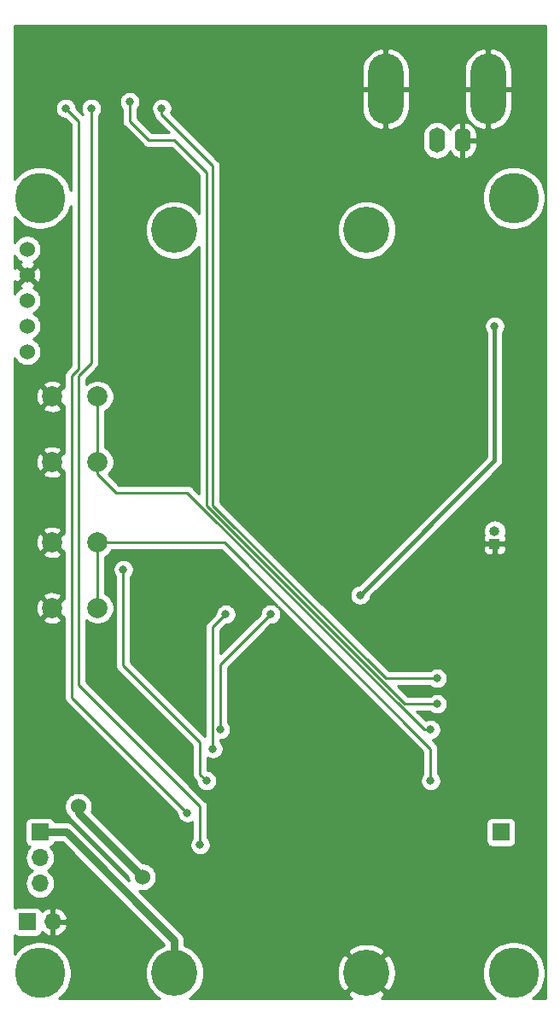
<source format=gbr>
G04 #@! TF.GenerationSoftware,KiCad,Pcbnew,5.1.4-e60b266~84~ubuntu18.04.1*
G04 #@! TF.CreationDate,2019-08-27T12:37:19-06:00*
G04 #@! TF.ProjectId,APRS_MicroNode,41505253-5f4d-4696-9372-6f4e6f64652e,rev?*
G04 #@! TF.SameCoordinates,Original*
G04 #@! TF.FileFunction,Copper,L2,Bot*
G04 #@! TF.FilePolarity,Positive*
%FSLAX46Y46*%
G04 Gerber Fmt 4.6, Leading zero omitted, Abs format (unit mm)*
G04 Created by KiCad (PCBNEW 5.1.4-e60b266~84~ubuntu18.04.1) date 2019-08-27 12:37:19*
%MOMM*%
%LPD*%
G04 APERTURE LIST*
%ADD10R,1.700000X1.700000*%
%ADD11O,1.700000X1.700000*%
%ADD12C,4.572000*%
%ADD13C,2.000000*%
%ADD14C,5.000000*%
%ADD15O,3.500000X7.000000*%
%ADD16O,1.600000X2.500000*%
%ADD17R,1.000000X1.000000*%
%ADD18O,1.000000X1.000000*%
%ADD19C,1.524000*%
%ADD20C,0.800000*%
%ADD21C,0.762000*%
%ADD22C,0.254000*%
%ADD23C,0.381000*%
G04 APERTURE END LIST*
D10*
X99060000Y-164465000D03*
D11*
X99060000Y-167005000D03*
X99060000Y-169545000D03*
D12*
X112395000Y-104775000D03*
X131445000Y-104775000D03*
X131445000Y-178435000D03*
X112395000Y-178435000D03*
D13*
X100275000Y-121285000D03*
X104775000Y-121285000D03*
X100275000Y-127785000D03*
X104775000Y-127785000D03*
X104775000Y-142240000D03*
X100275000Y-142240000D03*
X104775000Y-135740000D03*
X100275000Y-135740000D03*
D10*
X97790000Y-173355000D03*
D11*
X100330000Y-173355000D03*
D14*
X99060000Y-101600000D03*
X146050000Y-101600000D03*
X99060000Y-178435000D03*
X146050000Y-178435000D03*
D15*
X143510000Y-90805000D03*
X133350000Y-90805000D03*
D16*
X138430000Y-95885000D03*
X140970000Y-95885000D03*
D10*
X144780000Y-164465000D03*
D17*
X144145000Y-135890000D03*
D18*
X144145000Y-134620000D03*
D19*
X97790000Y-116840000D03*
X97790000Y-114300000D03*
X97790000Y-111760000D03*
X97790000Y-109220000D03*
X97790000Y-106680000D03*
D20*
X113030000Y-120650000D03*
X113030000Y-116205000D03*
X113030000Y-125095000D03*
X118110000Y-102235000D03*
X121285000Y-104140000D03*
X120650000Y-106680000D03*
X123825000Y-102870000D03*
X127000000Y-102870000D03*
X118110000Y-99695000D03*
X118110000Y-97155000D03*
X118110000Y-94615000D03*
X120650000Y-94615000D03*
X123190000Y-94615000D03*
X125730000Y-94615000D03*
X128270000Y-94615000D03*
X130810000Y-94615000D03*
X130810000Y-97155000D03*
X133350000Y-97155000D03*
X134620000Y-102870000D03*
X137160000Y-102870000D03*
X139700000Y-102870000D03*
X141605000Y-102870000D03*
X141605000Y-100330000D03*
X135890000Y-97155000D03*
X135890000Y-94615000D03*
X138430000Y-92710000D03*
X123825000Y-136525000D03*
X130810000Y-136525000D03*
X111125000Y-142875000D03*
X141605000Y-142875000D03*
X141605000Y-175260000D03*
X106045000Y-175260000D03*
X99695000Y-110490000D03*
X107315000Y-117475000D03*
X102235000Y-168275000D03*
X99695000Y-161925000D03*
X97155000Y-170180000D03*
X113665000Y-150495000D03*
X122555000Y-147320000D03*
X124460000Y-93980000D03*
X121920000Y-93980000D03*
X119380000Y-93980000D03*
X117348000Y-96012000D03*
X117348000Y-98552000D03*
X117348000Y-101092000D03*
X125476000Y-103632000D03*
X135636000Y-103632000D03*
X138684000Y-103632000D03*
X142240000Y-101600000D03*
X142240000Y-98552000D03*
X127000000Y-93980000D03*
X129540000Y-93980000D03*
X132080000Y-96520000D03*
X134620000Y-96520000D03*
X137160000Y-93472000D03*
X119888000Y-108712000D03*
D19*
X109220000Y-168910000D03*
X102870000Y-161925000D03*
D20*
X113665000Y-162560000D03*
X101600000Y-92710000D03*
X114935000Y-165735000D03*
X104140000Y-92710000D03*
X107950000Y-92075000D03*
X138430000Y-151765000D03*
X138430000Y-149225000D03*
X111125000Y-92710000D03*
X117475000Y-142875000D03*
X116205000Y-156210000D03*
X137795000Y-154305000D03*
X137795000Y-159385000D03*
X121920000Y-142875000D03*
X116932010Y-154305000D03*
X107315000Y-138430000D03*
X115570000Y-159385000D03*
X144145000Y-114300000D03*
X130810000Y-140970000D03*
D21*
X100672000Y-164465000D02*
X99060000Y-164465000D01*
X101657892Y-164465000D02*
X100672000Y-164465000D01*
X112395000Y-175202108D02*
X101657892Y-164465000D01*
X112395000Y-178435000D02*
X112395000Y-175202108D01*
X109220000Y-168910000D02*
X102870000Y-162560000D01*
X102870000Y-162560000D02*
X102870000Y-161925000D01*
D22*
X102870000Y-93980000D02*
X101600000Y-92710000D01*
X102870000Y-118572934D02*
X102870000Y-93980000D01*
X102235000Y-151130000D02*
X102235000Y-119207934D01*
X113665000Y-162560000D02*
X102235000Y-151130000D01*
X102235000Y-119207934D02*
X102870000Y-118572934D01*
X104140000Y-117945002D02*
X104140000Y-93275685D01*
X104140000Y-93275685D02*
X104140000Y-92710000D01*
X102870000Y-119215002D02*
X104140000Y-117945002D01*
X102870000Y-149860000D02*
X102870000Y-119215002D01*
X114935000Y-165735000D02*
X114935000Y-161925000D01*
X114935000Y-161925000D02*
X102870000Y-149860000D01*
X107950000Y-93980000D02*
X109855000Y-95885000D01*
X107950000Y-92075000D02*
X107950000Y-93980000D01*
X109855000Y-95885000D02*
X112395000Y-95885000D01*
X112395000Y-95885000D02*
X115570000Y-99060000D01*
X115570000Y-99060000D02*
X115570000Y-132087066D01*
X135247934Y-151765000D02*
X138430000Y-151765000D01*
X115570000Y-132087066D02*
X135247934Y-151765000D01*
X116205000Y-98425000D02*
X111125000Y-93345000D01*
X111125000Y-93345000D02*
X111125000Y-92710000D01*
X138430000Y-149225000D02*
X133350000Y-149225000D01*
X116205000Y-132080000D02*
X116205000Y-98425000D01*
X133350000Y-149225000D02*
X116205000Y-132080000D01*
X116205000Y-155644315D02*
X116205000Y-156210000D01*
X117475000Y-142875000D02*
X116205000Y-144145000D01*
X116205000Y-144145000D02*
X116205000Y-155644315D01*
X137145868Y-154305000D02*
X137795000Y-154305000D01*
X113650868Y-130810000D02*
X137145868Y-154305000D01*
X106585000Y-130810000D02*
X113650868Y-130810000D01*
X104775000Y-121285000D02*
X104775000Y-129000000D01*
X104775000Y-129000000D02*
X106585000Y-130810000D01*
X117325000Y-135740000D02*
X104775000Y-135740000D01*
X137795000Y-159385000D02*
X137795000Y-156210000D01*
X137795000Y-156210000D02*
X117325000Y-135740000D01*
X104775000Y-135740000D02*
X104775000Y-142240000D01*
X116932010Y-147862990D02*
X116932010Y-153739315D01*
X121920000Y-142875000D02*
X116932010Y-147862990D01*
X116932010Y-153739315D02*
X116932010Y-154305000D01*
X107315000Y-138430000D02*
X107315000Y-147955000D01*
X107315000Y-147955000D02*
X114935000Y-155575000D01*
X114935000Y-155575000D02*
X114935000Y-158750000D01*
X114935000Y-158750000D02*
X115570000Y-159385000D01*
D23*
X144145000Y-124460000D02*
X144145000Y-114300000D01*
X130810000Y-140970000D02*
X144145000Y-127635000D01*
X144145000Y-127635000D02*
X144145000Y-124460000D01*
D22*
G36*
X149200000Y-180950000D02*
G01*
X147928888Y-180950000D01*
X148048446Y-180870114D01*
X148485114Y-180433446D01*
X148828201Y-179919979D01*
X149064524Y-179349446D01*
X149185000Y-178743771D01*
X149185000Y-178126229D01*
X149064524Y-177520554D01*
X148828201Y-176950021D01*
X148485114Y-176436554D01*
X148048446Y-175999886D01*
X147534979Y-175656799D01*
X146964446Y-175420476D01*
X146358771Y-175300000D01*
X145741229Y-175300000D01*
X145135554Y-175420476D01*
X144565021Y-175656799D01*
X144051554Y-175999886D01*
X143614886Y-176436554D01*
X143271799Y-176950021D01*
X143035476Y-177520554D01*
X142915000Y-178126229D01*
X142915000Y-178743771D01*
X143035476Y-179349446D01*
X143271799Y-179919979D01*
X143614886Y-180433446D01*
X144051554Y-180870114D01*
X144171112Y-180950000D01*
X132938642Y-180950000D01*
X133065867Y-180881997D01*
X133316342Y-180485947D01*
X131445000Y-178614605D01*
X129573658Y-180485947D01*
X129824133Y-180881997D01*
X129952595Y-180950000D01*
X113888696Y-180950000D01*
X114257029Y-180703888D01*
X114663888Y-180297029D01*
X114983556Y-179818612D01*
X115203747Y-179287024D01*
X115316000Y-178722693D01*
X115316000Y-178446777D01*
X128509891Y-178446777D01*
X128568586Y-179019162D01*
X128737820Y-179569098D01*
X128998003Y-180055867D01*
X129394053Y-180306342D01*
X131265395Y-178435000D01*
X131624605Y-178435000D01*
X133495947Y-180306342D01*
X133891997Y-180055867D01*
X134161194Y-179547337D01*
X134326009Y-178996061D01*
X134380109Y-178423223D01*
X134321414Y-177850838D01*
X134152180Y-177300902D01*
X133891997Y-176814133D01*
X133495947Y-176563658D01*
X131624605Y-178435000D01*
X131265395Y-178435000D01*
X129394053Y-176563658D01*
X128998003Y-176814133D01*
X128728806Y-177322663D01*
X128563991Y-177873939D01*
X128509891Y-178446777D01*
X115316000Y-178446777D01*
X115316000Y-178147307D01*
X115203747Y-177582976D01*
X114983556Y-177051388D01*
X114663888Y-176572971D01*
X114474970Y-176384053D01*
X129573658Y-176384053D01*
X131445000Y-178255395D01*
X133316342Y-176384053D01*
X133065867Y-175988003D01*
X132557337Y-175718806D01*
X132006061Y-175553991D01*
X131433223Y-175499891D01*
X130860838Y-175558586D01*
X130310902Y-175727820D01*
X129824133Y-175988003D01*
X129573658Y-176384053D01*
X114474970Y-176384053D01*
X114257029Y-176166112D01*
X113778612Y-175846444D01*
X113411000Y-175694174D01*
X113411000Y-175252010D01*
X113415915Y-175202108D01*
X113396298Y-175002937D01*
X113338202Y-174811421D01*
X113329159Y-174794502D01*
X113243860Y-174634918D01*
X113116896Y-174480212D01*
X113078133Y-174448400D01*
X108900561Y-170270828D01*
X109082408Y-170307000D01*
X109357592Y-170307000D01*
X109627490Y-170253314D01*
X109881727Y-170148005D01*
X110110535Y-169995120D01*
X110305120Y-169800535D01*
X110458005Y-169571727D01*
X110563314Y-169317490D01*
X110617000Y-169047592D01*
X110617000Y-168772408D01*
X110563314Y-168502510D01*
X110458005Y-168248273D01*
X110305120Y-168019465D01*
X110110535Y-167824880D01*
X109881727Y-167671995D01*
X109627490Y-167566686D01*
X109357592Y-167513000D01*
X109259841Y-167513000D01*
X104174071Y-162427231D01*
X104213314Y-162332490D01*
X104267000Y-162062592D01*
X104267000Y-161787408D01*
X104213314Y-161517510D01*
X104108005Y-161263273D01*
X103955120Y-161034465D01*
X103760535Y-160839880D01*
X103531727Y-160686995D01*
X103277490Y-160581686D01*
X103007592Y-160528000D01*
X102732408Y-160528000D01*
X102462510Y-160581686D01*
X102208273Y-160686995D01*
X101979465Y-160839880D01*
X101784880Y-161034465D01*
X101631995Y-161263273D01*
X101526686Y-161517510D01*
X101473000Y-161787408D01*
X101473000Y-162062592D01*
X101526686Y-162332490D01*
X101631995Y-162586727D01*
X101784880Y-162815535D01*
X101934568Y-162965223D01*
X102021140Y-163127190D01*
X102148104Y-163281896D01*
X102186872Y-163313712D01*
X107823000Y-168949841D01*
X107823000Y-169047592D01*
X107859172Y-169229439D01*
X102411604Y-163781872D01*
X102379788Y-163743104D01*
X102225082Y-163616140D01*
X102048579Y-163521798D01*
X101857063Y-163463702D01*
X101707794Y-163449000D01*
X101657892Y-163444085D01*
X101607990Y-163449000D01*
X100523218Y-163449000D01*
X100499502Y-163370820D01*
X100440537Y-163260506D01*
X100361185Y-163163815D01*
X100264494Y-163084463D01*
X100154180Y-163025498D01*
X100034482Y-162989188D01*
X99910000Y-162976928D01*
X98210000Y-162976928D01*
X98085518Y-162989188D01*
X97965820Y-163025498D01*
X97855506Y-163084463D01*
X97758815Y-163163815D01*
X97679463Y-163260506D01*
X97620498Y-163370820D01*
X97584188Y-163490518D01*
X97571928Y-163615000D01*
X97571928Y-165315000D01*
X97584188Y-165439482D01*
X97620498Y-165559180D01*
X97679463Y-165669494D01*
X97758815Y-165766185D01*
X97855506Y-165845537D01*
X97965820Y-165904502D01*
X98034687Y-165925393D01*
X98004866Y-165949866D01*
X97819294Y-166175986D01*
X97681401Y-166433966D01*
X97596487Y-166713889D01*
X97567815Y-167005000D01*
X97596487Y-167296111D01*
X97681401Y-167576034D01*
X97819294Y-167834014D01*
X98004866Y-168060134D01*
X98230986Y-168245706D01*
X98285791Y-168275000D01*
X98230986Y-168304294D01*
X98004866Y-168489866D01*
X97819294Y-168715986D01*
X97681401Y-168973966D01*
X97596487Y-169253889D01*
X97567815Y-169545000D01*
X97596487Y-169836111D01*
X97681401Y-170116034D01*
X97819294Y-170374014D01*
X98004866Y-170600134D01*
X98230986Y-170785706D01*
X98488966Y-170923599D01*
X98768889Y-171008513D01*
X98987050Y-171030000D01*
X99132950Y-171030000D01*
X99351111Y-171008513D01*
X99631034Y-170923599D01*
X99889014Y-170785706D01*
X100115134Y-170600134D01*
X100300706Y-170374014D01*
X100438599Y-170116034D01*
X100523513Y-169836111D01*
X100552185Y-169545000D01*
X100523513Y-169253889D01*
X100438599Y-168973966D01*
X100300706Y-168715986D01*
X100115134Y-168489866D01*
X99889014Y-168304294D01*
X99834209Y-168275000D01*
X99889014Y-168245706D01*
X100115134Y-168060134D01*
X100300706Y-167834014D01*
X100438599Y-167576034D01*
X100523513Y-167296111D01*
X100552185Y-167005000D01*
X100523513Y-166713889D01*
X100438599Y-166433966D01*
X100300706Y-166175986D01*
X100115134Y-165949866D01*
X100085313Y-165925393D01*
X100154180Y-165904502D01*
X100264494Y-165845537D01*
X100361185Y-165766185D01*
X100440537Y-165669494D01*
X100499502Y-165559180D01*
X100523218Y-165481000D01*
X101237052Y-165481000D01*
X111379001Y-175622950D01*
X111379001Y-175694174D01*
X111011388Y-175846444D01*
X110532971Y-176166112D01*
X110126112Y-176572971D01*
X109806444Y-177051388D01*
X109586253Y-177582976D01*
X109474000Y-178147307D01*
X109474000Y-178722693D01*
X109586253Y-179287024D01*
X109806444Y-179818612D01*
X110126112Y-180297029D01*
X110532971Y-180703888D01*
X110901304Y-180950000D01*
X100938888Y-180950000D01*
X101058446Y-180870114D01*
X101495114Y-180433446D01*
X101838201Y-179919979D01*
X102074524Y-179349446D01*
X102195000Y-178743771D01*
X102195000Y-178126229D01*
X102074524Y-177520554D01*
X101838201Y-176950021D01*
X101495114Y-176436554D01*
X101058446Y-175999886D01*
X100544979Y-175656799D01*
X99974446Y-175420476D01*
X99368771Y-175300000D01*
X98751229Y-175300000D01*
X98145554Y-175420476D01*
X97575021Y-175656799D01*
X97061554Y-175999886D01*
X96624886Y-176436554D01*
X96545000Y-176556112D01*
X96545000Y-174702295D01*
X96585506Y-174735537D01*
X96695820Y-174794502D01*
X96815518Y-174830812D01*
X96940000Y-174843072D01*
X98640000Y-174843072D01*
X98764482Y-174830812D01*
X98884180Y-174794502D01*
X98994494Y-174735537D01*
X99091185Y-174656185D01*
X99170537Y-174559494D01*
X99229502Y-174449180D01*
X99253966Y-174368534D01*
X99329731Y-174452588D01*
X99563080Y-174626641D01*
X99825901Y-174751825D01*
X99973110Y-174796476D01*
X100203000Y-174675155D01*
X100203000Y-173482000D01*
X100457000Y-173482000D01*
X100457000Y-174675155D01*
X100686890Y-174796476D01*
X100834099Y-174751825D01*
X101096920Y-174626641D01*
X101330269Y-174452588D01*
X101525178Y-174236355D01*
X101674157Y-173986252D01*
X101771481Y-173711891D01*
X101650814Y-173482000D01*
X100457000Y-173482000D01*
X100203000Y-173482000D01*
X100183000Y-173482000D01*
X100183000Y-173228000D01*
X100203000Y-173228000D01*
X100203000Y-172034845D01*
X100457000Y-172034845D01*
X100457000Y-173228000D01*
X101650814Y-173228000D01*
X101771481Y-172998109D01*
X101674157Y-172723748D01*
X101525178Y-172473645D01*
X101330269Y-172257412D01*
X101096920Y-172083359D01*
X100834099Y-171958175D01*
X100686890Y-171913524D01*
X100457000Y-172034845D01*
X100203000Y-172034845D01*
X99973110Y-171913524D01*
X99825901Y-171958175D01*
X99563080Y-172083359D01*
X99329731Y-172257412D01*
X99253966Y-172341466D01*
X99229502Y-172260820D01*
X99170537Y-172150506D01*
X99091185Y-172053815D01*
X98994494Y-171974463D01*
X98884180Y-171915498D01*
X98764482Y-171879188D01*
X98640000Y-171866928D01*
X96940000Y-171866928D01*
X96815518Y-171879188D01*
X96695820Y-171915498D01*
X96585506Y-171974463D01*
X96545000Y-172007705D01*
X96545000Y-143375413D01*
X99319192Y-143375413D01*
X99414956Y-143639814D01*
X99704571Y-143780704D01*
X100016108Y-143862384D01*
X100337595Y-143881718D01*
X100656675Y-143837961D01*
X100961088Y-143732795D01*
X101135044Y-143639814D01*
X101230808Y-143375413D01*
X100275000Y-142419605D01*
X99319192Y-143375413D01*
X96545000Y-143375413D01*
X96545000Y-142302595D01*
X98633282Y-142302595D01*
X98677039Y-142621675D01*
X98782205Y-142926088D01*
X98875186Y-143100044D01*
X99139587Y-143195808D01*
X100095395Y-142240000D01*
X99139587Y-141284192D01*
X98875186Y-141379956D01*
X98734296Y-141669571D01*
X98652616Y-141981108D01*
X98633282Y-142302595D01*
X96545000Y-142302595D01*
X96545000Y-141104587D01*
X99319192Y-141104587D01*
X100275000Y-142060395D01*
X101230808Y-141104587D01*
X101135044Y-140840186D01*
X100845429Y-140699296D01*
X100533892Y-140617616D01*
X100212405Y-140598282D01*
X99893325Y-140642039D01*
X99588912Y-140747205D01*
X99414956Y-140840186D01*
X99319192Y-141104587D01*
X96545000Y-141104587D01*
X96545000Y-136875413D01*
X99319192Y-136875413D01*
X99414956Y-137139814D01*
X99704571Y-137280704D01*
X100016108Y-137362384D01*
X100337595Y-137381718D01*
X100656675Y-137337961D01*
X100961088Y-137232795D01*
X101135044Y-137139814D01*
X101230808Y-136875413D01*
X100275000Y-135919605D01*
X99319192Y-136875413D01*
X96545000Y-136875413D01*
X96545000Y-135802595D01*
X98633282Y-135802595D01*
X98677039Y-136121675D01*
X98782205Y-136426088D01*
X98875186Y-136600044D01*
X99139587Y-136695808D01*
X100095395Y-135740000D01*
X99139587Y-134784192D01*
X98875186Y-134879956D01*
X98734296Y-135169571D01*
X98652616Y-135481108D01*
X98633282Y-135802595D01*
X96545000Y-135802595D01*
X96545000Y-134604587D01*
X99319192Y-134604587D01*
X100275000Y-135560395D01*
X101230808Y-134604587D01*
X101135044Y-134340186D01*
X100845429Y-134199296D01*
X100533892Y-134117616D01*
X100212405Y-134098282D01*
X99893325Y-134142039D01*
X99588912Y-134247205D01*
X99414956Y-134340186D01*
X99319192Y-134604587D01*
X96545000Y-134604587D01*
X96545000Y-128920413D01*
X99319192Y-128920413D01*
X99414956Y-129184814D01*
X99704571Y-129325704D01*
X100016108Y-129407384D01*
X100337595Y-129426718D01*
X100656675Y-129382961D01*
X100961088Y-129277795D01*
X101135044Y-129184814D01*
X101230808Y-128920413D01*
X100275000Y-127964605D01*
X99319192Y-128920413D01*
X96545000Y-128920413D01*
X96545000Y-127847595D01*
X98633282Y-127847595D01*
X98677039Y-128166675D01*
X98782205Y-128471088D01*
X98875186Y-128645044D01*
X99139587Y-128740808D01*
X100095395Y-127785000D01*
X99139587Y-126829192D01*
X98875186Y-126924956D01*
X98734296Y-127214571D01*
X98652616Y-127526108D01*
X98633282Y-127847595D01*
X96545000Y-127847595D01*
X96545000Y-126649587D01*
X99319192Y-126649587D01*
X100275000Y-127605395D01*
X101230808Y-126649587D01*
X101135044Y-126385186D01*
X100845429Y-126244296D01*
X100533892Y-126162616D01*
X100212405Y-126143282D01*
X99893325Y-126187039D01*
X99588912Y-126292205D01*
X99414956Y-126385186D01*
X99319192Y-126649587D01*
X96545000Y-126649587D01*
X96545000Y-122420413D01*
X99319192Y-122420413D01*
X99414956Y-122684814D01*
X99704571Y-122825704D01*
X100016108Y-122907384D01*
X100337595Y-122926718D01*
X100656675Y-122882961D01*
X100961088Y-122777795D01*
X101135044Y-122684814D01*
X101230808Y-122420413D01*
X100275000Y-121464605D01*
X99319192Y-122420413D01*
X96545000Y-122420413D01*
X96545000Y-121347595D01*
X98633282Y-121347595D01*
X98677039Y-121666675D01*
X98782205Y-121971088D01*
X98875186Y-122145044D01*
X99139587Y-122240808D01*
X100095395Y-121285000D01*
X99139587Y-120329192D01*
X98875186Y-120424956D01*
X98734296Y-120714571D01*
X98652616Y-121026108D01*
X98633282Y-121347595D01*
X96545000Y-121347595D01*
X96545000Y-120149587D01*
X99319192Y-120149587D01*
X100275000Y-121105395D01*
X101230808Y-120149587D01*
X101135044Y-119885186D01*
X100845429Y-119744296D01*
X100533892Y-119662616D01*
X100212405Y-119643282D01*
X99893325Y-119687039D01*
X99588912Y-119792205D01*
X99414956Y-119885186D01*
X99319192Y-120149587D01*
X96545000Y-120149587D01*
X96545000Y-117484840D01*
X96551995Y-117501727D01*
X96704880Y-117730535D01*
X96899465Y-117925120D01*
X97128273Y-118078005D01*
X97382510Y-118183314D01*
X97652408Y-118237000D01*
X97927592Y-118237000D01*
X98197490Y-118183314D01*
X98451727Y-118078005D01*
X98680535Y-117925120D01*
X98875120Y-117730535D01*
X99028005Y-117501727D01*
X99133314Y-117247490D01*
X99187000Y-116977592D01*
X99187000Y-116702408D01*
X99133314Y-116432510D01*
X99028005Y-116178273D01*
X98875120Y-115949465D01*
X98680535Y-115754880D01*
X98451727Y-115601995D01*
X98374485Y-115570000D01*
X98451727Y-115538005D01*
X98680535Y-115385120D01*
X98875120Y-115190535D01*
X99028005Y-114961727D01*
X99133314Y-114707490D01*
X99187000Y-114437592D01*
X99187000Y-114162408D01*
X99133314Y-113892510D01*
X99028005Y-113638273D01*
X98875120Y-113409465D01*
X98680535Y-113214880D01*
X98451727Y-113061995D01*
X98374485Y-113030000D01*
X98451727Y-112998005D01*
X98680535Y-112845120D01*
X98875120Y-112650535D01*
X99028005Y-112421727D01*
X99133314Y-112167490D01*
X99187000Y-111897592D01*
X99187000Y-111622408D01*
X99133314Y-111352510D01*
X99028005Y-111098273D01*
X98875120Y-110869465D01*
X98680535Y-110674880D01*
X98451727Y-110521995D01*
X98380057Y-110492308D01*
X98393023Y-110487636D01*
X98508980Y-110425656D01*
X98575960Y-110185565D01*
X97790000Y-109399605D01*
X97004040Y-110185565D01*
X97071020Y-110425656D01*
X97206760Y-110489485D01*
X97128273Y-110521995D01*
X96899465Y-110674880D01*
X96704880Y-110869465D01*
X96551995Y-111098273D01*
X96545000Y-111115160D01*
X96545000Y-109865372D01*
X96584344Y-109938980D01*
X96824435Y-110005960D01*
X97610395Y-109220000D01*
X97969605Y-109220000D01*
X98755565Y-110005960D01*
X98995656Y-109938980D01*
X99112756Y-109689952D01*
X99179023Y-109422865D01*
X99191910Y-109147983D01*
X99150922Y-108875867D01*
X99057636Y-108616977D01*
X98995656Y-108501020D01*
X98755565Y-108434040D01*
X97969605Y-109220000D01*
X97610395Y-109220000D01*
X96824435Y-108434040D01*
X96584344Y-108501020D01*
X96545000Y-108584690D01*
X96545000Y-107324840D01*
X96551995Y-107341727D01*
X96704880Y-107570535D01*
X96899465Y-107765120D01*
X97128273Y-107918005D01*
X97199943Y-107947692D01*
X97186977Y-107952364D01*
X97071020Y-108014344D01*
X97004040Y-108254435D01*
X97790000Y-109040395D01*
X98575960Y-108254435D01*
X98508980Y-108014344D01*
X98373240Y-107950515D01*
X98451727Y-107918005D01*
X98680535Y-107765120D01*
X98875120Y-107570535D01*
X99028005Y-107341727D01*
X99133314Y-107087490D01*
X99187000Y-106817592D01*
X99187000Y-106542408D01*
X99133314Y-106272510D01*
X99028005Y-106018273D01*
X98875120Y-105789465D01*
X98680535Y-105594880D01*
X98451727Y-105441995D01*
X98197490Y-105336686D01*
X97927592Y-105283000D01*
X97652408Y-105283000D01*
X97382510Y-105336686D01*
X97128273Y-105441995D01*
X96899465Y-105594880D01*
X96704880Y-105789465D01*
X96551995Y-106018273D01*
X96545000Y-106035160D01*
X96545000Y-103478888D01*
X96624886Y-103598446D01*
X97061554Y-104035114D01*
X97575021Y-104378201D01*
X98145554Y-104614524D01*
X98751229Y-104735000D01*
X99368771Y-104735000D01*
X99974446Y-104614524D01*
X100544979Y-104378201D01*
X101058446Y-104035114D01*
X101495114Y-103598446D01*
X101838201Y-103084979D01*
X102074524Y-102514446D01*
X102108001Y-102346147D01*
X102108000Y-118257304D01*
X101722649Y-118642655D01*
X101693579Y-118666512D01*
X101669722Y-118695582D01*
X101669721Y-118695583D01*
X101598355Y-118782542D01*
X101527599Y-118914919D01*
X101484027Y-119058556D01*
X101469314Y-119207934D01*
X101473001Y-119245367D01*
X101473001Y-120351861D01*
X101410413Y-120329192D01*
X100454605Y-121285000D01*
X101410413Y-122240808D01*
X101473001Y-122218139D01*
X101473001Y-126851861D01*
X101410413Y-126829192D01*
X100454605Y-127785000D01*
X101410413Y-128740808D01*
X101473001Y-128718139D01*
X101473001Y-134806861D01*
X101410413Y-134784192D01*
X100454605Y-135740000D01*
X101410413Y-136695808D01*
X101473000Y-136673139D01*
X101473000Y-141306861D01*
X101410413Y-141284192D01*
X100454605Y-142240000D01*
X101410413Y-143195808D01*
X101473000Y-143173139D01*
X101473000Y-151092577D01*
X101469314Y-151130000D01*
X101473000Y-151167423D01*
X101473000Y-151167425D01*
X101484026Y-151279377D01*
X101527598Y-151423014D01*
X101553773Y-151471984D01*
X101598355Y-151555392D01*
X101637983Y-151603678D01*
X101693578Y-151671422D01*
X101722654Y-151695284D01*
X112630000Y-162602631D01*
X112630000Y-162661939D01*
X112669774Y-162861898D01*
X112747795Y-163050256D01*
X112861063Y-163219774D01*
X113005226Y-163363937D01*
X113174744Y-163477205D01*
X113363102Y-163555226D01*
X113563061Y-163595000D01*
X113766939Y-163595000D01*
X113966898Y-163555226D01*
X114155256Y-163477205D01*
X114173001Y-163465348D01*
X114173000Y-165033289D01*
X114131063Y-165075226D01*
X114017795Y-165244744D01*
X113939774Y-165433102D01*
X113900000Y-165633061D01*
X113900000Y-165836939D01*
X113939774Y-166036898D01*
X114017795Y-166225256D01*
X114131063Y-166394774D01*
X114275226Y-166538937D01*
X114444744Y-166652205D01*
X114633102Y-166730226D01*
X114833061Y-166770000D01*
X115036939Y-166770000D01*
X115236898Y-166730226D01*
X115425256Y-166652205D01*
X115594774Y-166538937D01*
X115738937Y-166394774D01*
X115852205Y-166225256D01*
X115930226Y-166036898D01*
X115970000Y-165836939D01*
X115970000Y-165633061D01*
X115930226Y-165433102D01*
X115852205Y-165244744D01*
X115738937Y-165075226D01*
X115697000Y-165033289D01*
X115697000Y-163615000D01*
X143291928Y-163615000D01*
X143291928Y-165315000D01*
X143304188Y-165439482D01*
X143340498Y-165559180D01*
X143399463Y-165669494D01*
X143478815Y-165766185D01*
X143575506Y-165845537D01*
X143685820Y-165904502D01*
X143805518Y-165940812D01*
X143930000Y-165953072D01*
X145630000Y-165953072D01*
X145754482Y-165940812D01*
X145874180Y-165904502D01*
X145984494Y-165845537D01*
X146081185Y-165766185D01*
X146160537Y-165669494D01*
X146219502Y-165559180D01*
X146255812Y-165439482D01*
X146268072Y-165315000D01*
X146268072Y-163615000D01*
X146255812Y-163490518D01*
X146219502Y-163370820D01*
X146160537Y-163260506D01*
X146081185Y-163163815D01*
X145984494Y-163084463D01*
X145874180Y-163025498D01*
X145754482Y-162989188D01*
X145630000Y-162976928D01*
X143930000Y-162976928D01*
X143805518Y-162989188D01*
X143685820Y-163025498D01*
X143575506Y-163084463D01*
X143478815Y-163163815D01*
X143399463Y-163260506D01*
X143340498Y-163370820D01*
X143304188Y-163490518D01*
X143291928Y-163615000D01*
X115697000Y-163615000D01*
X115697000Y-161962423D01*
X115700686Y-161925000D01*
X115695771Y-161875098D01*
X115685974Y-161775622D01*
X115642402Y-161631985D01*
X115590195Y-161534313D01*
X115571645Y-161499607D01*
X115536857Y-161457219D01*
X115476422Y-161383578D01*
X115447346Y-161359716D01*
X103632000Y-149544370D01*
X103632000Y-143409239D01*
X103732748Y-143509987D01*
X104000537Y-143688918D01*
X104298088Y-143812168D01*
X104613967Y-143875000D01*
X104936033Y-143875000D01*
X105251912Y-143812168D01*
X105549463Y-143688918D01*
X105817252Y-143509987D01*
X106044987Y-143282252D01*
X106223918Y-143014463D01*
X106347168Y-142716912D01*
X106410000Y-142401033D01*
X106410000Y-142078967D01*
X106347168Y-141763088D01*
X106223918Y-141465537D01*
X106044987Y-141197748D01*
X105817252Y-140970013D01*
X105549463Y-140791082D01*
X105537000Y-140785920D01*
X105537000Y-137194080D01*
X105549463Y-137188918D01*
X105817252Y-137009987D01*
X106044987Y-136782252D01*
X106223918Y-136514463D01*
X106229080Y-136502000D01*
X117009370Y-136502000D01*
X122575733Y-142068363D01*
X122410256Y-141957795D01*
X122221898Y-141879774D01*
X122021939Y-141840000D01*
X121818061Y-141840000D01*
X121618102Y-141879774D01*
X121429744Y-141957795D01*
X121260226Y-142071063D01*
X121116063Y-142215226D01*
X121002795Y-142384744D01*
X120924774Y-142573102D01*
X120885000Y-142773061D01*
X120885000Y-142832369D01*
X116967000Y-146750370D01*
X116967000Y-144460630D01*
X117517631Y-143910000D01*
X117576939Y-143910000D01*
X117776898Y-143870226D01*
X117965256Y-143792205D01*
X118134774Y-143678937D01*
X118278937Y-143534774D01*
X118392205Y-143365256D01*
X118470226Y-143176898D01*
X118510000Y-142976939D01*
X118510000Y-142773061D01*
X118470226Y-142573102D01*
X118392205Y-142384744D01*
X118278937Y-142215226D01*
X118134774Y-142071063D01*
X117965256Y-141957795D01*
X117776898Y-141879774D01*
X117576939Y-141840000D01*
X117373061Y-141840000D01*
X117173102Y-141879774D01*
X116984744Y-141957795D01*
X116815226Y-142071063D01*
X116671063Y-142215226D01*
X116557795Y-142384744D01*
X116479774Y-142573102D01*
X116440000Y-142773061D01*
X116440000Y-142832369D01*
X115692654Y-143579716D01*
X115663578Y-143603578D01*
X115607983Y-143671322D01*
X115568355Y-143719608D01*
X115535699Y-143780704D01*
X115497598Y-143851986D01*
X115454026Y-143995623D01*
X115443000Y-144107574D01*
X115439314Y-144145000D01*
X115443000Y-144182423D01*
X115443001Y-155005370D01*
X108077000Y-147639370D01*
X108077000Y-139131711D01*
X108118937Y-139089774D01*
X108232205Y-138920256D01*
X108310226Y-138731898D01*
X108350000Y-138531939D01*
X108350000Y-138328061D01*
X108310226Y-138128102D01*
X108232205Y-137939744D01*
X108118937Y-137770226D01*
X107974774Y-137626063D01*
X107805256Y-137512795D01*
X107616898Y-137434774D01*
X107416939Y-137395000D01*
X107213061Y-137395000D01*
X107013102Y-137434774D01*
X106824744Y-137512795D01*
X106655226Y-137626063D01*
X106511063Y-137770226D01*
X106397795Y-137939744D01*
X106319774Y-138128102D01*
X106280000Y-138328061D01*
X106280000Y-138531939D01*
X106319774Y-138731898D01*
X106397795Y-138920256D01*
X106511063Y-139089774D01*
X106553000Y-139131711D01*
X106553001Y-147917567D01*
X106549314Y-147955000D01*
X106564027Y-148104378D01*
X106607599Y-148248015D01*
X106678355Y-148380392D01*
X106717647Y-148428269D01*
X106773579Y-148496422D01*
X106802649Y-148520279D01*
X114173000Y-155890631D01*
X114173001Y-158712567D01*
X114169314Y-158750000D01*
X114184027Y-158899378D01*
X114227599Y-159043015D01*
X114298355Y-159175392D01*
X114347784Y-159235621D01*
X114393579Y-159291422D01*
X114422649Y-159315279D01*
X114535000Y-159427630D01*
X114535000Y-159486939D01*
X114574774Y-159686898D01*
X114652795Y-159875256D01*
X114766063Y-160044774D01*
X114910226Y-160188937D01*
X115079744Y-160302205D01*
X115268102Y-160380226D01*
X115468061Y-160420000D01*
X115671939Y-160420000D01*
X115871898Y-160380226D01*
X116060256Y-160302205D01*
X116229774Y-160188937D01*
X116373937Y-160044774D01*
X116487205Y-159875256D01*
X116565226Y-159686898D01*
X116605000Y-159486939D01*
X116605000Y-159283061D01*
X116565226Y-159083102D01*
X116487205Y-158894744D01*
X116373937Y-158725226D01*
X116229774Y-158581063D01*
X116060256Y-158467795D01*
X115871898Y-158389774D01*
X115697000Y-158354985D01*
X115697000Y-157115349D01*
X115714744Y-157127205D01*
X115903102Y-157205226D01*
X116103061Y-157245000D01*
X116306939Y-157245000D01*
X116506898Y-157205226D01*
X116695256Y-157127205D01*
X116864774Y-157013937D01*
X117008937Y-156869774D01*
X117122205Y-156700256D01*
X117200226Y-156511898D01*
X117240000Y-156311939D01*
X117240000Y-156108061D01*
X117200226Y-155908102D01*
X117122205Y-155719744D01*
X117008937Y-155550226D01*
X116967000Y-155508289D01*
X116967000Y-155340000D01*
X117033949Y-155340000D01*
X117233908Y-155300226D01*
X117422266Y-155222205D01*
X117591784Y-155108937D01*
X117735947Y-154964774D01*
X117849215Y-154795256D01*
X117927236Y-154606898D01*
X117967010Y-154406939D01*
X117967010Y-154203061D01*
X117927236Y-154003102D01*
X117849215Y-153814744D01*
X117735947Y-153645226D01*
X117694010Y-153603289D01*
X117694010Y-148178620D01*
X121962631Y-143910000D01*
X122021939Y-143910000D01*
X122221898Y-143870226D01*
X122410256Y-143792205D01*
X122579774Y-143678937D01*
X122723937Y-143534774D01*
X122837205Y-143365256D01*
X122915226Y-143176898D01*
X122955000Y-142976939D01*
X122955000Y-142773061D01*
X122915226Y-142573102D01*
X122837205Y-142384744D01*
X122726637Y-142219267D01*
X137033001Y-156525631D01*
X137033000Y-158683289D01*
X136991063Y-158725226D01*
X136877795Y-158894744D01*
X136799774Y-159083102D01*
X136760000Y-159283061D01*
X136760000Y-159486939D01*
X136799774Y-159686898D01*
X136877795Y-159875256D01*
X136991063Y-160044774D01*
X137135226Y-160188937D01*
X137304744Y-160302205D01*
X137493102Y-160380226D01*
X137693061Y-160420000D01*
X137896939Y-160420000D01*
X138096898Y-160380226D01*
X138285256Y-160302205D01*
X138454774Y-160188937D01*
X138598937Y-160044774D01*
X138712205Y-159875256D01*
X138790226Y-159686898D01*
X138830000Y-159486939D01*
X138830000Y-159283061D01*
X138790226Y-159083102D01*
X138712205Y-158894744D01*
X138598937Y-158725226D01*
X138557000Y-158683289D01*
X138557000Y-156247423D01*
X138560686Y-156210000D01*
X138553819Y-156140279D01*
X138545974Y-156060622D01*
X138502402Y-155916985D01*
X138469465Y-155855364D01*
X138431645Y-155784607D01*
X138396857Y-155742219D01*
X138336422Y-155668578D01*
X138307346Y-155644716D01*
X137985095Y-155322465D01*
X138096898Y-155300226D01*
X138285256Y-155222205D01*
X138454774Y-155108937D01*
X138598937Y-154964774D01*
X138712205Y-154795256D01*
X138790226Y-154606898D01*
X138830000Y-154406939D01*
X138830000Y-154203061D01*
X138790226Y-154003102D01*
X138712205Y-153814744D01*
X138598937Y-153645226D01*
X138454774Y-153501063D01*
X138285256Y-153387795D01*
X138096898Y-153309774D01*
X137896939Y-153270000D01*
X137693061Y-153270000D01*
X137493102Y-153309774D01*
X137305839Y-153387341D01*
X136445498Y-152527000D01*
X137728289Y-152527000D01*
X137770226Y-152568937D01*
X137939744Y-152682205D01*
X138128102Y-152760226D01*
X138328061Y-152800000D01*
X138531939Y-152800000D01*
X138731898Y-152760226D01*
X138920256Y-152682205D01*
X139089774Y-152568937D01*
X139233937Y-152424774D01*
X139347205Y-152255256D01*
X139425226Y-152066898D01*
X139465000Y-151866939D01*
X139465000Y-151663061D01*
X139425226Y-151463102D01*
X139347205Y-151274744D01*
X139233937Y-151105226D01*
X139089774Y-150961063D01*
X138920256Y-150847795D01*
X138731898Y-150769774D01*
X138531939Y-150730000D01*
X138328061Y-150730000D01*
X138128102Y-150769774D01*
X137939744Y-150847795D01*
X137770226Y-150961063D01*
X137728289Y-151003000D01*
X135563565Y-151003000D01*
X134547565Y-149987000D01*
X137728289Y-149987000D01*
X137770226Y-150028937D01*
X137939744Y-150142205D01*
X138128102Y-150220226D01*
X138328061Y-150260000D01*
X138531939Y-150260000D01*
X138731898Y-150220226D01*
X138920256Y-150142205D01*
X139089774Y-150028937D01*
X139233937Y-149884774D01*
X139347205Y-149715256D01*
X139425226Y-149526898D01*
X139465000Y-149326939D01*
X139465000Y-149123061D01*
X139425226Y-148923102D01*
X139347205Y-148734744D01*
X139233937Y-148565226D01*
X139089774Y-148421063D01*
X138920256Y-148307795D01*
X138731898Y-148229774D01*
X138531939Y-148190000D01*
X138328061Y-148190000D01*
X138128102Y-148229774D01*
X137939744Y-148307795D01*
X137770226Y-148421063D01*
X137728289Y-148463000D01*
X133665630Y-148463000D01*
X126070691Y-140868061D01*
X129775000Y-140868061D01*
X129775000Y-141071939D01*
X129814774Y-141271898D01*
X129892795Y-141460256D01*
X130006063Y-141629774D01*
X130150226Y-141773937D01*
X130319744Y-141887205D01*
X130508102Y-141965226D01*
X130708061Y-142005000D01*
X130911939Y-142005000D01*
X131111898Y-141965226D01*
X131300256Y-141887205D01*
X131469774Y-141773937D01*
X131613937Y-141629774D01*
X131727205Y-141460256D01*
X131805226Y-141271898D01*
X131837429Y-141110004D01*
X136557433Y-136390000D01*
X143006928Y-136390000D01*
X143019188Y-136514482D01*
X143055498Y-136634180D01*
X143114463Y-136744494D01*
X143193815Y-136841185D01*
X143290506Y-136920537D01*
X143400820Y-136979502D01*
X143520518Y-137015812D01*
X143645000Y-137028072D01*
X143859250Y-137025000D01*
X144018000Y-136866250D01*
X144018000Y-136017000D01*
X144272000Y-136017000D01*
X144272000Y-136866250D01*
X144430750Y-137025000D01*
X144645000Y-137028072D01*
X144769482Y-137015812D01*
X144889180Y-136979502D01*
X144999494Y-136920537D01*
X145096185Y-136841185D01*
X145175537Y-136744494D01*
X145234502Y-136634180D01*
X145270812Y-136514482D01*
X145283072Y-136390000D01*
X145280000Y-136175750D01*
X145121250Y-136017000D01*
X144272000Y-136017000D01*
X144018000Y-136017000D01*
X143168750Y-136017000D01*
X143010000Y-136175750D01*
X143006928Y-136390000D01*
X136557433Y-136390000D01*
X138327433Y-134620000D01*
X143004509Y-134620000D01*
X143026423Y-134842499D01*
X143091324Y-135056447D01*
X143097297Y-135067621D01*
X143055498Y-135145820D01*
X143019188Y-135265518D01*
X143006928Y-135390000D01*
X143010000Y-135604250D01*
X143168750Y-135763000D01*
X144018000Y-135763000D01*
X144018000Y-135747983D01*
X144089248Y-135755000D01*
X144200752Y-135755000D01*
X144272000Y-135747983D01*
X144272000Y-135763000D01*
X145121250Y-135763000D01*
X145280000Y-135604250D01*
X145283072Y-135390000D01*
X145270812Y-135265518D01*
X145234502Y-135145820D01*
X145192703Y-135067621D01*
X145198676Y-135056447D01*
X145263577Y-134842499D01*
X145285491Y-134620000D01*
X145263577Y-134397501D01*
X145198676Y-134183553D01*
X145093284Y-133986377D01*
X144951449Y-133813551D01*
X144778623Y-133671716D01*
X144581447Y-133566324D01*
X144367499Y-133501423D01*
X144200752Y-133485000D01*
X144089248Y-133485000D01*
X143922501Y-133501423D01*
X143708553Y-133566324D01*
X143511377Y-133671716D01*
X143338551Y-133813551D01*
X143196716Y-133986377D01*
X143091324Y-134183553D01*
X143026423Y-134397501D01*
X143004509Y-134620000D01*
X138327433Y-134620000D01*
X144700046Y-128247388D01*
X144731541Y-128221541D01*
X144757389Y-128190045D01*
X144757392Y-128190042D01*
X144834699Y-128095843D01*
X144911353Y-127952434D01*
X144943155Y-127847595D01*
X144958556Y-127796826D01*
X144970500Y-127675553D01*
X144970500Y-127675551D01*
X144974494Y-127635000D01*
X144970500Y-127594450D01*
X144970500Y-114927503D01*
X145062205Y-114790256D01*
X145140226Y-114601898D01*
X145180000Y-114401939D01*
X145180000Y-114198061D01*
X145140226Y-113998102D01*
X145062205Y-113809744D01*
X144948937Y-113640226D01*
X144804774Y-113496063D01*
X144635256Y-113382795D01*
X144446898Y-113304774D01*
X144246939Y-113265000D01*
X144043061Y-113265000D01*
X143843102Y-113304774D01*
X143654744Y-113382795D01*
X143485226Y-113496063D01*
X143341063Y-113640226D01*
X143227795Y-113809744D01*
X143149774Y-113998102D01*
X143110000Y-114198061D01*
X143110000Y-114401939D01*
X143149774Y-114601898D01*
X143227795Y-114790256D01*
X143319501Y-114927504D01*
X143319500Y-124500552D01*
X143319501Y-124500562D01*
X143319500Y-127293066D01*
X130669996Y-139942571D01*
X130508102Y-139974774D01*
X130319744Y-140052795D01*
X130150226Y-140166063D01*
X130006063Y-140310226D01*
X129892795Y-140479744D01*
X129814774Y-140668102D01*
X129775000Y-140868061D01*
X126070691Y-140868061D01*
X116967000Y-131764370D01*
X116967000Y-104487307D01*
X128524000Y-104487307D01*
X128524000Y-105062693D01*
X128636253Y-105627024D01*
X128856444Y-106158612D01*
X129176112Y-106637029D01*
X129582971Y-107043888D01*
X130061388Y-107363556D01*
X130592976Y-107583747D01*
X131157307Y-107696000D01*
X131732693Y-107696000D01*
X132297024Y-107583747D01*
X132828612Y-107363556D01*
X133307029Y-107043888D01*
X133713888Y-106637029D01*
X134033556Y-106158612D01*
X134253747Y-105627024D01*
X134366000Y-105062693D01*
X134366000Y-104487307D01*
X134253747Y-103922976D01*
X134033556Y-103391388D01*
X133713888Y-102912971D01*
X133307029Y-102506112D01*
X132828612Y-102186444D01*
X132297024Y-101966253D01*
X131732693Y-101854000D01*
X131157307Y-101854000D01*
X130592976Y-101966253D01*
X130061388Y-102186444D01*
X129582971Y-102506112D01*
X129176112Y-102912971D01*
X128856444Y-103391388D01*
X128636253Y-103922976D01*
X128524000Y-104487307D01*
X116967000Y-104487307D01*
X116967000Y-101291229D01*
X142915000Y-101291229D01*
X142915000Y-101908771D01*
X143035476Y-102514446D01*
X143271799Y-103084979D01*
X143614886Y-103598446D01*
X144051554Y-104035114D01*
X144565021Y-104378201D01*
X145135554Y-104614524D01*
X145741229Y-104735000D01*
X146358771Y-104735000D01*
X146964446Y-104614524D01*
X147534979Y-104378201D01*
X148048446Y-104035114D01*
X148485114Y-103598446D01*
X148828201Y-103084979D01*
X149064524Y-102514446D01*
X149185000Y-101908771D01*
X149185000Y-101291229D01*
X149064524Y-100685554D01*
X148828201Y-100115021D01*
X148485114Y-99601554D01*
X148048446Y-99164886D01*
X147534979Y-98821799D01*
X146964446Y-98585476D01*
X146358771Y-98465000D01*
X145741229Y-98465000D01*
X145135554Y-98585476D01*
X144565021Y-98821799D01*
X144051554Y-99164886D01*
X143614886Y-99601554D01*
X143271799Y-100115021D01*
X143035476Y-100685554D01*
X142915000Y-101291229D01*
X116967000Y-101291229D01*
X116967000Y-98462423D01*
X116970686Y-98425000D01*
X116963555Y-98352598D01*
X116955974Y-98275622D01*
X116912402Y-98131985D01*
X116879465Y-98070364D01*
X116841645Y-97999607D01*
X116770279Y-97912648D01*
X116746422Y-97883578D01*
X116717352Y-97859721D01*
X114222139Y-95364508D01*
X136995000Y-95364508D01*
X136995000Y-96405491D01*
X137015764Y-96616308D01*
X137097818Y-96886807D01*
X137231068Y-97136100D01*
X137410392Y-97354607D01*
X137628899Y-97533932D01*
X137878192Y-97667182D01*
X138148691Y-97749236D01*
X138430000Y-97776943D01*
X138711308Y-97749236D01*
X138981807Y-97667182D01*
X139231100Y-97533932D01*
X139449607Y-97354608D01*
X139628932Y-97136101D01*
X139697265Y-97008259D01*
X139847399Y-97237839D01*
X140045105Y-97439500D01*
X140278354Y-97598715D01*
X140538182Y-97709367D01*
X140620961Y-97726904D01*
X140843000Y-97604915D01*
X140843000Y-96012000D01*
X141097000Y-96012000D01*
X141097000Y-97604915D01*
X141319039Y-97726904D01*
X141401818Y-97709367D01*
X141661646Y-97598715D01*
X141894895Y-97439500D01*
X142092601Y-97237839D01*
X142247166Y-97001483D01*
X142352650Y-96739514D01*
X142405000Y-96462000D01*
X142405000Y-96012000D01*
X141097000Y-96012000D01*
X140843000Y-96012000D01*
X140823000Y-96012000D01*
X140823000Y-95758000D01*
X140843000Y-95758000D01*
X140843000Y-94165085D01*
X141097000Y-94165085D01*
X141097000Y-95758000D01*
X142405000Y-95758000D01*
X142405000Y-95308000D01*
X142352650Y-95030486D01*
X142247166Y-94768517D01*
X142092601Y-94532161D01*
X141894895Y-94330500D01*
X141661646Y-94171285D01*
X141401818Y-94060633D01*
X141319039Y-94043096D01*
X141097000Y-94165085D01*
X140843000Y-94165085D01*
X140620961Y-94043096D01*
X140538182Y-94060633D01*
X140278354Y-94171285D01*
X140045105Y-94330500D01*
X139847399Y-94532161D01*
X139697265Y-94761741D01*
X139628932Y-94633899D01*
X139449608Y-94415392D01*
X139231101Y-94236068D01*
X138981808Y-94102818D01*
X138711309Y-94020764D01*
X138430000Y-93993057D01*
X138148692Y-94020764D01*
X137878193Y-94102818D01*
X137628900Y-94236068D01*
X137410393Y-94415392D01*
X137231068Y-94633899D01*
X137097818Y-94883192D01*
X137015764Y-95153691D01*
X136995000Y-95364508D01*
X114222139Y-95364508D01*
X112046798Y-93189168D01*
X112120226Y-93011898D01*
X112160000Y-92811939D01*
X112160000Y-92608061D01*
X112120226Y-92408102D01*
X112042205Y-92219744D01*
X111928937Y-92050226D01*
X111784774Y-91906063D01*
X111615256Y-91792795D01*
X111426898Y-91714774D01*
X111226939Y-91675000D01*
X111023061Y-91675000D01*
X110823102Y-91714774D01*
X110634744Y-91792795D01*
X110465226Y-91906063D01*
X110321063Y-92050226D01*
X110207795Y-92219744D01*
X110129774Y-92408102D01*
X110090000Y-92608061D01*
X110090000Y-92811939D01*
X110129774Y-93011898D01*
X110207795Y-93200256D01*
X110321063Y-93369774D01*
X110366199Y-93414910D01*
X110374026Y-93494377D01*
X110417598Y-93638014D01*
X110443774Y-93686985D01*
X110488355Y-93770392D01*
X110526693Y-93817107D01*
X110583578Y-93886422D01*
X110612654Y-93910284D01*
X111825370Y-95123000D01*
X110170631Y-95123000D01*
X108712000Y-93664370D01*
X108712000Y-92776711D01*
X108753937Y-92734774D01*
X108867205Y-92565256D01*
X108945226Y-92376898D01*
X108985000Y-92176939D01*
X108985000Y-91973061D01*
X108945226Y-91773102D01*
X108867205Y-91584744D01*
X108753937Y-91415226D01*
X108609774Y-91271063D01*
X108440256Y-91157795D01*
X108251898Y-91079774D01*
X108051939Y-91040000D01*
X107848061Y-91040000D01*
X107648102Y-91079774D01*
X107459744Y-91157795D01*
X107290226Y-91271063D01*
X107146063Y-91415226D01*
X107032795Y-91584744D01*
X106954774Y-91773102D01*
X106915000Y-91973061D01*
X106915000Y-92176939D01*
X106954774Y-92376898D01*
X107032795Y-92565256D01*
X107146063Y-92734774D01*
X107188000Y-92776711D01*
X107188001Y-93942567D01*
X107184314Y-93980000D01*
X107199027Y-94129378D01*
X107242599Y-94273015D01*
X107313355Y-94405392D01*
X107384721Y-94492351D01*
X107408579Y-94521422D01*
X107437649Y-94545279D01*
X109289720Y-96397351D01*
X109313578Y-96426422D01*
X109342648Y-96450279D01*
X109429607Y-96521645D01*
X109500364Y-96559465D01*
X109561985Y-96592402D01*
X109705622Y-96635974D01*
X109817574Y-96647000D01*
X109817577Y-96647000D01*
X109855000Y-96650686D01*
X109892423Y-96647000D01*
X112079370Y-96647000D01*
X114808000Y-99375631D01*
X114808000Y-103128650D01*
X114663888Y-102912971D01*
X114257029Y-102506112D01*
X113778612Y-102186444D01*
X113247024Y-101966253D01*
X112682693Y-101854000D01*
X112107307Y-101854000D01*
X111542976Y-101966253D01*
X111011388Y-102186444D01*
X110532971Y-102506112D01*
X110126112Y-102912971D01*
X109806444Y-103391388D01*
X109586253Y-103922976D01*
X109474000Y-104487307D01*
X109474000Y-105062693D01*
X109586253Y-105627024D01*
X109806444Y-106158612D01*
X110126112Y-106637029D01*
X110532971Y-107043888D01*
X111011388Y-107363556D01*
X111542976Y-107583747D01*
X112107307Y-107696000D01*
X112682693Y-107696000D01*
X113247024Y-107583747D01*
X113778612Y-107363556D01*
X114257029Y-107043888D01*
X114663888Y-106637029D01*
X114808000Y-106421350D01*
X114808001Y-130889503D01*
X114216152Y-130297654D01*
X114192290Y-130268578D01*
X114076260Y-130173355D01*
X113943883Y-130102598D01*
X113800246Y-130059026D01*
X113688294Y-130048000D01*
X113688291Y-130048000D01*
X113650868Y-130044314D01*
X113613445Y-130048000D01*
X106900630Y-130048000D01*
X105862435Y-129009805D01*
X106044987Y-128827252D01*
X106223918Y-128559463D01*
X106347168Y-128261912D01*
X106410000Y-127946033D01*
X106410000Y-127623967D01*
X106347168Y-127308088D01*
X106223918Y-127010537D01*
X106044987Y-126742748D01*
X105817252Y-126515013D01*
X105549463Y-126336082D01*
X105537000Y-126330920D01*
X105537000Y-122739080D01*
X105549463Y-122733918D01*
X105817252Y-122554987D01*
X106044987Y-122327252D01*
X106223918Y-122059463D01*
X106347168Y-121761912D01*
X106410000Y-121446033D01*
X106410000Y-121123967D01*
X106347168Y-120808088D01*
X106223918Y-120510537D01*
X106044987Y-120242748D01*
X105817252Y-120015013D01*
X105549463Y-119836082D01*
X105251912Y-119712832D01*
X104936033Y-119650000D01*
X104613967Y-119650000D01*
X104298088Y-119712832D01*
X104000537Y-119836082D01*
X103732748Y-120015013D01*
X103632000Y-120115761D01*
X103632000Y-119530632D01*
X104652353Y-118510280D01*
X104681422Y-118486424D01*
X104776645Y-118370394D01*
X104847402Y-118238017D01*
X104890974Y-118094380D01*
X104902000Y-117982428D01*
X104902000Y-117982426D01*
X104905686Y-117945003D01*
X104902000Y-117907580D01*
X104902000Y-93411711D01*
X104943937Y-93369774D01*
X105057205Y-93200256D01*
X105135226Y-93011898D01*
X105175000Y-92811939D01*
X105175000Y-92608061D01*
X105135226Y-92408102D01*
X105057205Y-92219744D01*
X104943937Y-92050226D01*
X104799774Y-91906063D01*
X104630256Y-91792795D01*
X104441898Y-91714774D01*
X104241939Y-91675000D01*
X104038061Y-91675000D01*
X103838102Y-91714774D01*
X103649744Y-91792795D01*
X103480226Y-91906063D01*
X103336063Y-92050226D01*
X103222795Y-92219744D01*
X103144774Y-92408102D01*
X103105000Y-92608061D01*
X103105000Y-92811939D01*
X103144774Y-93011898D01*
X103222795Y-93200256D01*
X103333361Y-93365730D01*
X102635000Y-92667370D01*
X102635000Y-92608061D01*
X102595226Y-92408102D01*
X102517205Y-92219744D01*
X102403937Y-92050226D01*
X102259774Y-91906063D01*
X102090256Y-91792795D01*
X101901898Y-91714774D01*
X101701939Y-91675000D01*
X101498061Y-91675000D01*
X101298102Y-91714774D01*
X101109744Y-91792795D01*
X100940226Y-91906063D01*
X100796063Y-92050226D01*
X100682795Y-92219744D01*
X100604774Y-92408102D01*
X100565000Y-92608061D01*
X100565000Y-92811939D01*
X100604774Y-93011898D01*
X100682795Y-93200256D01*
X100796063Y-93369774D01*
X100940226Y-93513937D01*
X101109744Y-93627205D01*
X101298102Y-93705226D01*
X101498061Y-93745000D01*
X101557370Y-93745000D01*
X102108001Y-94295632D01*
X102108001Y-100853853D01*
X102074524Y-100685554D01*
X101838201Y-100115021D01*
X101495114Y-99601554D01*
X101058446Y-99164886D01*
X100544979Y-98821799D01*
X99974446Y-98585476D01*
X99368771Y-98465000D01*
X98751229Y-98465000D01*
X98145554Y-98585476D01*
X97575021Y-98821799D01*
X97061554Y-99164886D01*
X96624886Y-99601554D01*
X96545000Y-99721112D01*
X96545000Y-90932000D01*
X130965000Y-90932000D01*
X130965000Y-92682000D01*
X131035604Y-93144850D01*
X131195148Y-93585032D01*
X131437502Y-93985631D01*
X131753352Y-94331252D01*
X132130561Y-94608612D01*
X132554632Y-94807053D01*
X132851997Y-94887427D01*
X133223000Y-94777625D01*
X133223000Y-90932000D01*
X133477000Y-90932000D01*
X133477000Y-94777625D01*
X133848003Y-94887427D01*
X134145368Y-94807053D01*
X134569439Y-94608612D01*
X134946648Y-94331252D01*
X135262498Y-93985631D01*
X135504852Y-93585032D01*
X135664396Y-93144850D01*
X135735000Y-92682000D01*
X135735000Y-90932000D01*
X141125000Y-90932000D01*
X141125000Y-92682000D01*
X141195604Y-93144850D01*
X141355148Y-93585032D01*
X141597502Y-93985631D01*
X141913352Y-94331252D01*
X142290561Y-94608612D01*
X142714632Y-94807053D01*
X143011997Y-94887427D01*
X143383000Y-94777625D01*
X143383000Y-90932000D01*
X143637000Y-90932000D01*
X143637000Y-94777625D01*
X144008003Y-94887427D01*
X144305368Y-94807053D01*
X144729439Y-94608612D01*
X145106648Y-94331252D01*
X145422498Y-93985631D01*
X145664852Y-93585032D01*
X145824396Y-93144850D01*
X145895000Y-92682000D01*
X145895000Y-90932000D01*
X143637000Y-90932000D01*
X143383000Y-90932000D01*
X141125000Y-90932000D01*
X135735000Y-90932000D01*
X133477000Y-90932000D01*
X133223000Y-90932000D01*
X130965000Y-90932000D01*
X96545000Y-90932000D01*
X96545000Y-88928000D01*
X130965000Y-88928000D01*
X130965000Y-90678000D01*
X133223000Y-90678000D01*
X133223000Y-86832375D01*
X133477000Y-86832375D01*
X133477000Y-90678000D01*
X135735000Y-90678000D01*
X135735000Y-88928000D01*
X141125000Y-88928000D01*
X141125000Y-90678000D01*
X143383000Y-90678000D01*
X143383000Y-86832375D01*
X143637000Y-86832375D01*
X143637000Y-90678000D01*
X145895000Y-90678000D01*
X145895000Y-88928000D01*
X145824396Y-88465150D01*
X145664852Y-88024968D01*
X145422498Y-87624369D01*
X145106648Y-87278748D01*
X144729439Y-87001388D01*
X144305368Y-86802947D01*
X144008003Y-86722573D01*
X143637000Y-86832375D01*
X143383000Y-86832375D01*
X143011997Y-86722573D01*
X142714632Y-86802947D01*
X142290561Y-87001388D01*
X141913352Y-87278748D01*
X141597502Y-87624369D01*
X141355148Y-88024968D01*
X141195604Y-88465150D01*
X141125000Y-88928000D01*
X135735000Y-88928000D01*
X135664396Y-88465150D01*
X135504852Y-88024968D01*
X135262498Y-87624369D01*
X134946648Y-87278748D01*
X134569439Y-87001388D01*
X134145368Y-86802947D01*
X133848003Y-86722573D01*
X133477000Y-86832375D01*
X133223000Y-86832375D01*
X132851997Y-86722573D01*
X132554632Y-86802947D01*
X132130561Y-87001388D01*
X131753352Y-87278748D01*
X131437502Y-87624369D01*
X131195148Y-88024968D01*
X131035604Y-88465150D01*
X130965000Y-88928000D01*
X96545000Y-88928000D01*
X96545000Y-84480000D01*
X149200001Y-84480000D01*
X149200000Y-180950000D01*
X149200000Y-180950000D01*
G37*
X149200000Y-180950000D02*
X147928888Y-180950000D01*
X148048446Y-180870114D01*
X148485114Y-180433446D01*
X148828201Y-179919979D01*
X149064524Y-179349446D01*
X149185000Y-178743771D01*
X149185000Y-178126229D01*
X149064524Y-177520554D01*
X148828201Y-176950021D01*
X148485114Y-176436554D01*
X148048446Y-175999886D01*
X147534979Y-175656799D01*
X146964446Y-175420476D01*
X146358771Y-175300000D01*
X145741229Y-175300000D01*
X145135554Y-175420476D01*
X144565021Y-175656799D01*
X144051554Y-175999886D01*
X143614886Y-176436554D01*
X143271799Y-176950021D01*
X143035476Y-177520554D01*
X142915000Y-178126229D01*
X142915000Y-178743771D01*
X143035476Y-179349446D01*
X143271799Y-179919979D01*
X143614886Y-180433446D01*
X144051554Y-180870114D01*
X144171112Y-180950000D01*
X132938642Y-180950000D01*
X133065867Y-180881997D01*
X133316342Y-180485947D01*
X131445000Y-178614605D01*
X129573658Y-180485947D01*
X129824133Y-180881997D01*
X129952595Y-180950000D01*
X113888696Y-180950000D01*
X114257029Y-180703888D01*
X114663888Y-180297029D01*
X114983556Y-179818612D01*
X115203747Y-179287024D01*
X115316000Y-178722693D01*
X115316000Y-178446777D01*
X128509891Y-178446777D01*
X128568586Y-179019162D01*
X128737820Y-179569098D01*
X128998003Y-180055867D01*
X129394053Y-180306342D01*
X131265395Y-178435000D01*
X131624605Y-178435000D01*
X133495947Y-180306342D01*
X133891997Y-180055867D01*
X134161194Y-179547337D01*
X134326009Y-178996061D01*
X134380109Y-178423223D01*
X134321414Y-177850838D01*
X134152180Y-177300902D01*
X133891997Y-176814133D01*
X133495947Y-176563658D01*
X131624605Y-178435000D01*
X131265395Y-178435000D01*
X129394053Y-176563658D01*
X128998003Y-176814133D01*
X128728806Y-177322663D01*
X128563991Y-177873939D01*
X128509891Y-178446777D01*
X115316000Y-178446777D01*
X115316000Y-178147307D01*
X115203747Y-177582976D01*
X114983556Y-177051388D01*
X114663888Y-176572971D01*
X114474970Y-176384053D01*
X129573658Y-176384053D01*
X131445000Y-178255395D01*
X133316342Y-176384053D01*
X133065867Y-175988003D01*
X132557337Y-175718806D01*
X132006061Y-175553991D01*
X131433223Y-175499891D01*
X130860838Y-175558586D01*
X130310902Y-175727820D01*
X129824133Y-175988003D01*
X129573658Y-176384053D01*
X114474970Y-176384053D01*
X114257029Y-176166112D01*
X113778612Y-175846444D01*
X113411000Y-175694174D01*
X113411000Y-175252010D01*
X113415915Y-175202108D01*
X113396298Y-175002937D01*
X113338202Y-174811421D01*
X113329159Y-174794502D01*
X113243860Y-174634918D01*
X113116896Y-174480212D01*
X113078133Y-174448400D01*
X108900561Y-170270828D01*
X109082408Y-170307000D01*
X109357592Y-170307000D01*
X109627490Y-170253314D01*
X109881727Y-170148005D01*
X110110535Y-169995120D01*
X110305120Y-169800535D01*
X110458005Y-169571727D01*
X110563314Y-169317490D01*
X110617000Y-169047592D01*
X110617000Y-168772408D01*
X110563314Y-168502510D01*
X110458005Y-168248273D01*
X110305120Y-168019465D01*
X110110535Y-167824880D01*
X109881727Y-167671995D01*
X109627490Y-167566686D01*
X109357592Y-167513000D01*
X109259841Y-167513000D01*
X104174071Y-162427231D01*
X104213314Y-162332490D01*
X104267000Y-162062592D01*
X104267000Y-161787408D01*
X104213314Y-161517510D01*
X104108005Y-161263273D01*
X103955120Y-161034465D01*
X103760535Y-160839880D01*
X103531727Y-160686995D01*
X103277490Y-160581686D01*
X103007592Y-160528000D01*
X102732408Y-160528000D01*
X102462510Y-160581686D01*
X102208273Y-160686995D01*
X101979465Y-160839880D01*
X101784880Y-161034465D01*
X101631995Y-161263273D01*
X101526686Y-161517510D01*
X101473000Y-161787408D01*
X101473000Y-162062592D01*
X101526686Y-162332490D01*
X101631995Y-162586727D01*
X101784880Y-162815535D01*
X101934568Y-162965223D01*
X102021140Y-163127190D01*
X102148104Y-163281896D01*
X102186872Y-163313712D01*
X107823000Y-168949841D01*
X107823000Y-169047592D01*
X107859172Y-169229439D01*
X102411604Y-163781872D01*
X102379788Y-163743104D01*
X102225082Y-163616140D01*
X102048579Y-163521798D01*
X101857063Y-163463702D01*
X101707794Y-163449000D01*
X101657892Y-163444085D01*
X101607990Y-163449000D01*
X100523218Y-163449000D01*
X100499502Y-163370820D01*
X100440537Y-163260506D01*
X100361185Y-163163815D01*
X100264494Y-163084463D01*
X100154180Y-163025498D01*
X100034482Y-162989188D01*
X99910000Y-162976928D01*
X98210000Y-162976928D01*
X98085518Y-162989188D01*
X97965820Y-163025498D01*
X97855506Y-163084463D01*
X97758815Y-163163815D01*
X97679463Y-163260506D01*
X97620498Y-163370820D01*
X97584188Y-163490518D01*
X97571928Y-163615000D01*
X97571928Y-165315000D01*
X97584188Y-165439482D01*
X97620498Y-165559180D01*
X97679463Y-165669494D01*
X97758815Y-165766185D01*
X97855506Y-165845537D01*
X97965820Y-165904502D01*
X98034687Y-165925393D01*
X98004866Y-165949866D01*
X97819294Y-166175986D01*
X97681401Y-166433966D01*
X97596487Y-166713889D01*
X97567815Y-167005000D01*
X97596487Y-167296111D01*
X97681401Y-167576034D01*
X97819294Y-167834014D01*
X98004866Y-168060134D01*
X98230986Y-168245706D01*
X98285791Y-168275000D01*
X98230986Y-168304294D01*
X98004866Y-168489866D01*
X97819294Y-168715986D01*
X97681401Y-168973966D01*
X97596487Y-169253889D01*
X97567815Y-169545000D01*
X97596487Y-169836111D01*
X97681401Y-170116034D01*
X97819294Y-170374014D01*
X98004866Y-170600134D01*
X98230986Y-170785706D01*
X98488966Y-170923599D01*
X98768889Y-171008513D01*
X98987050Y-171030000D01*
X99132950Y-171030000D01*
X99351111Y-171008513D01*
X99631034Y-170923599D01*
X99889014Y-170785706D01*
X100115134Y-170600134D01*
X100300706Y-170374014D01*
X100438599Y-170116034D01*
X100523513Y-169836111D01*
X100552185Y-169545000D01*
X100523513Y-169253889D01*
X100438599Y-168973966D01*
X100300706Y-168715986D01*
X100115134Y-168489866D01*
X99889014Y-168304294D01*
X99834209Y-168275000D01*
X99889014Y-168245706D01*
X100115134Y-168060134D01*
X100300706Y-167834014D01*
X100438599Y-167576034D01*
X100523513Y-167296111D01*
X100552185Y-167005000D01*
X100523513Y-166713889D01*
X100438599Y-166433966D01*
X100300706Y-166175986D01*
X100115134Y-165949866D01*
X100085313Y-165925393D01*
X100154180Y-165904502D01*
X100264494Y-165845537D01*
X100361185Y-165766185D01*
X100440537Y-165669494D01*
X100499502Y-165559180D01*
X100523218Y-165481000D01*
X101237052Y-165481000D01*
X111379001Y-175622950D01*
X111379001Y-175694174D01*
X111011388Y-175846444D01*
X110532971Y-176166112D01*
X110126112Y-176572971D01*
X109806444Y-177051388D01*
X109586253Y-177582976D01*
X109474000Y-178147307D01*
X109474000Y-178722693D01*
X109586253Y-179287024D01*
X109806444Y-179818612D01*
X110126112Y-180297029D01*
X110532971Y-180703888D01*
X110901304Y-180950000D01*
X100938888Y-180950000D01*
X101058446Y-180870114D01*
X101495114Y-180433446D01*
X101838201Y-179919979D01*
X102074524Y-179349446D01*
X102195000Y-178743771D01*
X102195000Y-178126229D01*
X102074524Y-177520554D01*
X101838201Y-176950021D01*
X101495114Y-176436554D01*
X101058446Y-175999886D01*
X100544979Y-175656799D01*
X99974446Y-175420476D01*
X99368771Y-175300000D01*
X98751229Y-175300000D01*
X98145554Y-175420476D01*
X97575021Y-175656799D01*
X97061554Y-175999886D01*
X96624886Y-176436554D01*
X96545000Y-176556112D01*
X96545000Y-174702295D01*
X96585506Y-174735537D01*
X96695820Y-174794502D01*
X96815518Y-174830812D01*
X96940000Y-174843072D01*
X98640000Y-174843072D01*
X98764482Y-174830812D01*
X98884180Y-174794502D01*
X98994494Y-174735537D01*
X99091185Y-174656185D01*
X99170537Y-174559494D01*
X99229502Y-174449180D01*
X99253966Y-174368534D01*
X99329731Y-174452588D01*
X99563080Y-174626641D01*
X99825901Y-174751825D01*
X99973110Y-174796476D01*
X100203000Y-174675155D01*
X100203000Y-173482000D01*
X100457000Y-173482000D01*
X100457000Y-174675155D01*
X100686890Y-174796476D01*
X100834099Y-174751825D01*
X101096920Y-174626641D01*
X101330269Y-174452588D01*
X101525178Y-174236355D01*
X101674157Y-173986252D01*
X101771481Y-173711891D01*
X101650814Y-173482000D01*
X100457000Y-173482000D01*
X100203000Y-173482000D01*
X100183000Y-173482000D01*
X100183000Y-173228000D01*
X100203000Y-173228000D01*
X100203000Y-172034845D01*
X100457000Y-172034845D01*
X100457000Y-173228000D01*
X101650814Y-173228000D01*
X101771481Y-172998109D01*
X101674157Y-172723748D01*
X101525178Y-172473645D01*
X101330269Y-172257412D01*
X101096920Y-172083359D01*
X100834099Y-171958175D01*
X100686890Y-171913524D01*
X100457000Y-172034845D01*
X100203000Y-172034845D01*
X99973110Y-171913524D01*
X99825901Y-171958175D01*
X99563080Y-172083359D01*
X99329731Y-172257412D01*
X99253966Y-172341466D01*
X99229502Y-172260820D01*
X99170537Y-172150506D01*
X99091185Y-172053815D01*
X98994494Y-171974463D01*
X98884180Y-171915498D01*
X98764482Y-171879188D01*
X98640000Y-171866928D01*
X96940000Y-171866928D01*
X96815518Y-171879188D01*
X96695820Y-171915498D01*
X96585506Y-171974463D01*
X96545000Y-172007705D01*
X96545000Y-143375413D01*
X99319192Y-143375413D01*
X99414956Y-143639814D01*
X99704571Y-143780704D01*
X100016108Y-143862384D01*
X100337595Y-143881718D01*
X100656675Y-143837961D01*
X100961088Y-143732795D01*
X101135044Y-143639814D01*
X101230808Y-143375413D01*
X100275000Y-142419605D01*
X99319192Y-143375413D01*
X96545000Y-143375413D01*
X96545000Y-142302595D01*
X98633282Y-142302595D01*
X98677039Y-142621675D01*
X98782205Y-142926088D01*
X98875186Y-143100044D01*
X99139587Y-143195808D01*
X100095395Y-142240000D01*
X99139587Y-141284192D01*
X98875186Y-141379956D01*
X98734296Y-141669571D01*
X98652616Y-141981108D01*
X98633282Y-142302595D01*
X96545000Y-142302595D01*
X96545000Y-141104587D01*
X99319192Y-141104587D01*
X100275000Y-142060395D01*
X101230808Y-141104587D01*
X101135044Y-140840186D01*
X100845429Y-140699296D01*
X100533892Y-140617616D01*
X100212405Y-140598282D01*
X99893325Y-140642039D01*
X99588912Y-140747205D01*
X99414956Y-140840186D01*
X99319192Y-141104587D01*
X96545000Y-141104587D01*
X96545000Y-136875413D01*
X99319192Y-136875413D01*
X99414956Y-137139814D01*
X99704571Y-137280704D01*
X100016108Y-137362384D01*
X100337595Y-137381718D01*
X100656675Y-137337961D01*
X100961088Y-137232795D01*
X101135044Y-137139814D01*
X101230808Y-136875413D01*
X100275000Y-135919605D01*
X99319192Y-136875413D01*
X96545000Y-136875413D01*
X96545000Y-135802595D01*
X98633282Y-135802595D01*
X98677039Y-136121675D01*
X98782205Y-136426088D01*
X98875186Y-136600044D01*
X99139587Y-136695808D01*
X100095395Y-135740000D01*
X99139587Y-134784192D01*
X98875186Y-134879956D01*
X98734296Y-135169571D01*
X98652616Y-135481108D01*
X98633282Y-135802595D01*
X96545000Y-135802595D01*
X96545000Y-134604587D01*
X99319192Y-134604587D01*
X100275000Y-135560395D01*
X101230808Y-134604587D01*
X101135044Y-134340186D01*
X100845429Y-134199296D01*
X100533892Y-134117616D01*
X100212405Y-134098282D01*
X99893325Y-134142039D01*
X99588912Y-134247205D01*
X99414956Y-134340186D01*
X99319192Y-134604587D01*
X96545000Y-134604587D01*
X96545000Y-128920413D01*
X99319192Y-128920413D01*
X99414956Y-129184814D01*
X99704571Y-129325704D01*
X100016108Y-129407384D01*
X100337595Y-129426718D01*
X100656675Y-129382961D01*
X100961088Y-129277795D01*
X101135044Y-129184814D01*
X101230808Y-128920413D01*
X100275000Y-127964605D01*
X99319192Y-128920413D01*
X96545000Y-128920413D01*
X96545000Y-127847595D01*
X98633282Y-127847595D01*
X98677039Y-128166675D01*
X98782205Y-128471088D01*
X98875186Y-128645044D01*
X99139587Y-128740808D01*
X100095395Y-127785000D01*
X99139587Y-126829192D01*
X98875186Y-126924956D01*
X98734296Y-127214571D01*
X98652616Y-127526108D01*
X98633282Y-127847595D01*
X96545000Y-127847595D01*
X96545000Y-126649587D01*
X99319192Y-126649587D01*
X100275000Y-127605395D01*
X101230808Y-126649587D01*
X101135044Y-126385186D01*
X100845429Y-126244296D01*
X100533892Y-126162616D01*
X100212405Y-126143282D01*
X99893325Y-126187039D01*
X99588912Y-126292205D01*
X99414956Y-126385186D01*
X99319192Y-126649587D01*
X96545000Y-126649587D01*
X96545000Y-122420413D01*
X99319192Y-122420413D01*
X99414956Y-122684814D01*
X99704571Y-122825704D01*
X100016108Y-122907384D01*
X100337595Y-122926718D01*
X100656675Y-122882961D01*
X100961088Y-122777795D01*
X101135044Y-122684814D01*
X101230808Y-122420413D01*
X100275000Y-121464605D01*
X99319192Y-122420413D01*
X96545000Y-122420413D01*
X96545000Y-121347595D01*
X98633282Y-121347595D01*
X98677039Y-121666675D01*
X98782205Y-121971088D01*
X98875186Y-122145044D01*
X99139587Y-122240808D01*
X100095395Y-121285000D01*
X99139587Y-120329192D01*
X98875186Y-120424956D01*
X98734296Y-120714571D01*
X98652616Y-121026108D01*
X98633282Y-121347595D01*
X96545000Y-121347595D01*
X96545000Y-120149587D01*
X99319192Y-120149587D01*
X100275000Y-121105395D01*
X101230808Y-120149587D01*
X101135044Y-119885186D01*
X100845429Y-119744296D01*
X100533892Y-119662616D01*
X100212405Y-119643282D01*
X99893325Y-119687039D01*
X99588912Y-119792205D01*
X99414956Y-119885186D01*
X99319192Y-120149587D01*
X96545000Y-120149587D01*
X96545000Y-117484840D01*
X96551995Y-117501727D01*
X96704880Y-117730535D01*
X96899465Y-117925120D01*
X97128273Y-118078005D01*
X97382510Y-118183314D01*
X97652408Y-118237000D01*
X97927592Y-118237000D01*
X98197490Y-118183314D01*
X98451727Y-118078005D01*
X98680535Y-117925120D01*
X98875120Y-117730535D01*
X99028005Y-117501727D01*
X99133314Y-117247490D01*
X99187000Y-116977592D01*
X99187000Y-116702408D01*
X99133314Y-116432510D01*
X99028005Y-116178273D01*
X98875120Y-115949465D01*
X98680535Y-115754880D01*
X98451727Y-115601995D01*
X98374485Y-115570000D01*
X98451727Y-115538005D01*
X98680535Y-115385120D01*
X98875120Y-115190535D01*
X99028005Y-114961727D01*
X99133314Y-114707490D01*
X99187000Y-114437592D01*
X99187000Y-114162408D01*
X99133314Y-113892510D01*
X99028005Y-113638273D01*
X98875120Y-113409465D01*
X98680535Y-113214880D01*
X98451727Y-113061995D01*
X98374485Y-113030000D01*
X98451727Y-112998005D01*
X98680535Y-112845120D01*
X98875120Y-112650535D01*
X99028005Y-112421727D01*
X99133314Y-112167490D01*
X99187000Y-111897592D01*
X99187000Y-111622408D01*
X99133314Y-111352510D01*
X99028005Y-111098273D01*
X98875120Y-110869465D01*
X98680535Y-110674880D01*
X98451727Y-110521995D01*
X98380057Y-110492308D01*
X98393023Y-110487636D01*
X98508980Y-110425656D01*
X98575960Y-110185565D01*
X97790000Y-109399605D01*
X97004040Y-110185565D01*
X97071020Y-110425656D01*
X97206760Y-110489485D01*
X97128273Y-110521995D01*
X96899465Y-110674880D01*
X96704880Y-110869465D01*
X96551995Y-111098273D01*
X96545000Y-111115160D01*
X96545000Y-109865372D01*
X96584344Y-109938980D01*
X96824435Y-110005960D01*
X97610395Y-109220000D01*
X97969605Y-109220000D01*
X98755565Y-110005960D01*
X98995656Y-109938980D01*
X99112756Y-109689952D01*
X99179023Y-109422865D01*
X99191910Y-109147983D01*
X99150922Y-108875867D01*
X99057636Y-108616977D01*
X98995656Y-108501020D01*
X98755565Y-108434040D01*
X97969605Y-109220000D01*
X97610395Y-109220000D01*
X96824435Y-108434040D01*
X96584344Y-108501020D01*
X96545000Y-108584690D01*
X96545000Y-107324840D01*
X96551995Y-107341727D01*
X96704880Y-107570535D01*
X96899465Y-107765120D01*
X97128273Y-107918005D01*
X97199943Y-107947692D01*
X97186977Y-107952364D01*
X97071020Y-108014344D01*
X97004040Y-108254435D01*
X97790000Y-109040395D01*
X98575960Y-108254435D01*
X98508980Y-108014344D01*
X98373240Y-107950515D01*
X98451727Y-107918005D01*
X98680535Y-107765120D01*
X98875120Y-107570535D01*
X99028005Y-107341727D01*
X99133314Y-107087490D01*
X99187000Y-106817592D01*
X99187000Y-106542408D01*
X99133314Y-106272510D01*
X99028005Y-106018273D01*
X98875120Y-105789465D01*
X98680535Y-105594880D01*
X98451727Y-105441995D01*
X98197490Y-105336686D01*
X97927592Y-105283000D01*
X97652408Y-105283000D01*
X97382510Y-105336686D01*
X97128273Y-105441995D01*
X96899465Y-105594880D01*
X96704880Y-105789465D01*
X96551995Y-106018273D01*
X96545000Y-106035160D01*
X96545000Y-103478888D01*
X96624886Y-103598446D01*
X97061554Y-104035114D01*
X97575021Y-104378201D01*
X98145554Y-104614524D01*
X98751229Y-104735000D01*
X99368771Y-104735000D01*
X99974446Y-104614524D01*
X100544979Y-104378201D01*
X101058446Y-104035114D01*
X101495114Y-103598446D01*
X101838201Y-103084979D01*
X102074524Y-102514446D01*
X102108001Y-102346147D01*
X102108000Y-118257304D01*
X101722649Y-118642655D01*
X101693579Y-118666512D01*
X101669722Y-118695582D01*
X101669721Y-118695583D01*
X101598355Y-118782542D01*
X101527599Y-118914919D01*
X101484027Y-119058556D01*
X101469314Y-119207934D01*
X101473001Y-119245367D01*
X101473001Y-120351861D01*
X101410413Y-120329192D01*
X100454605Y-121285000D01*
X101410413Y-122240808D01*
X101473001Y-122218139D01*
X101473001Y-126851861D01*
X101410413Y-126829192D01*
X100454605Y-127785000D01*
X101410413Y-128740808D01*
X101473001Y-128718139D01*
X101473001Y-134806861D01*
X101410413Y-134784192D01*
X100454605Y-135740000D01*
X101410413Y-136695808D01*
X101473000Y-136673139D01*
X101473000Y-141306861D01*
X101410413Y-141284192D01*
X100454605Y-142240000D01*
X101410413Y-143195808D01*
X101473000Y-143173139D01*
X101473000Y-151092577D01*
X101469314Y-151130000D01*
X101473000Y-151167423D01*
X101473000Y-151167425D01*
X101484026Y-151279377D01*
X101527598Y-151423014D01*
X101553773Y-151471984D01*
X101598355Y-151555392D01*
X101637983Y-151603678D01*
X101693578Y-151671422D01*
X101722654Y-151695284D01*
X112630000Y-162602631D01*
X112630000Y-162661939D01*
X112669774Y-162861898D01*
X112747795Y-163050256D01*
X112861063Y-163219774D01*
X113005226Y-163363937D01*
X113174744Y-163477205D01*
X113363102Y-163555226D01*
X113563061Y-163595000D01*
X113766939Y-163595000D01*
X113966898Y-163555226D01*
X114155256Y-163477205D01*
X114173001Y-163465348D01*
X114173000Y-165033289D01*
X114131063Y-165075226D01*
X114017795Y-165244744D01*
X113939774Y-165433102D01*
X113900000Y-165633061D01*
X113900000Y-165836939D01*
X113939774Y-166036898D01*
X114017795Y-166225256D01*
X114131063Y-166394774D01*
X114275226Y-166538937D01*
X114444744Y-166652205D01*
X114633102Y-166730226D01*
X114833061Y-166770000D01*
X115036939Y-166770000D01*
X115236898Y-166730226D01*
X115425256Y-166652205D01*
X115594774Y-166538937D01*
X115738937Y-166394774D01*
X115852205Y-166225256D01*
X115930226Y-166036898D01*
X115970000Y-165836939D01*
X115970000Y-165633061D01*
X115930226Y-165433102D01*
X115852205Y-165244744D01*
X115738937Y-165075226D01*
X115697000Y-165033289D01*
X115697000Y-163615000D01*
X143291928Y-163615000D01*
X143291928Y-165315000D01*
X143304188Y-165439482D01*
X143340498Y-165559180D01*
X143399463Y-165669494D01*
X143478815Y-165766185D01*
X143575506Y-165845537D01*
X143685820Y-165904502D01*
X143805518Y-165940812D01*
X143930000Y-165953072D01*
X145630000Y-165953072D01*
X145754482Y-165940812D01*
X145874180Y-165904502D01*
X145984494Y-165845537D01*
X146081185Y-165766185D01*
X146160537Y-165669494D01*
X146219502Y-165559180D01*
X146255812Y-165439482D01*
X146268072Y-165315000D01*
X146268072Y-163615000D01*
X146255812Y-163490518D01*
X146219502Y-163370820D01*
X146160537Y-163260506D01*
X146081185Y-163163815D01*
X145984494Y-163084463D01*
X145874180Y-163025498D01*
X145754482Y-162989188D01*
X145630000Y-162976928D01*
X143930000Y-162976928D01*
X143805518Y-162989188D01*
X143685820Y-163025498D01*
X143575506Y-163084463D01*
X143478815Y-163163815D01*
X143399463Y-163260506D01*
X143340498Y-163370820D01*
X143304188Y-163490518D01*
X143291928Y-163615000D01*
X115697000Y-163615000D01*
X115697000Y-161962423D01*
X115700686Y-161925000D01*
X115695771Y-161875098D01*
X115685974Y-161775622D01*
X115642402Y-161631985D01*
X115590195Y-161534313D01*
X115571645Y-161499607D01*
X115536857Y-161457219D01*
X115476422Y-161383578D01*
X115447346Y-161359716D01*
X103632000Y-149544370D01*
X103632000Y-143409239D01*
X103732748Y-143509987D01*
X104000537Y-143688918D01*
X104298088Y-143812168D01*
X104613967Y-143875000D01*
X104936033Y-143875000D01*
X105251912Y-143812168D01*
X105549463Y-143688918D01*
X105817252Y-143509987D01*
X106044987Y-143282252D01*
X106223918Y-143014463D01*
X106347168Y-142716912D01*
X106410000Y-142401033D01*
X106410000Y-142078967D01*
X106347168Y-141763088D01*
X106223918Y-141465537D01*
X106044987Y-141197748D01*
X105817252Y-140970013D01*
X105549463Y-140791082D01*
X105537000Y-140785920D01*
X105537000Y-137194080D01*
X105549463Y-137188918D01*
X105817252Y-137009987D01*
X106044987Y-136782252D01*
X106223918Y-136514463D01*
X106229080Y-136502000D01*
X117009370Y-136502000D01*
X122575733Y-142068363D01*
X122410256Y-141957795D01*
X122221898Y-141879774D01*
X122021939Y-141840000D01*
X121818061Y-141840000D01*
X121618102Y-141879774D01*
X121429744Y-141957795D01*
X121260226Y-142071063D01*
X121116063Y-142215226D01*
X121002795Y-142384744D01*
X120924774Y-142573102D01*
X120885000Y-142773061D01*
X120885000Y-142832369D01*
X116967000Y-146750370D01*
X116967000Y-144460630D01*
X117517631Y-143910000D01*
X117576939Y-143910000D01*
X117776898Y-143870226D01*
X117965256Y-143792205D01*
X118134774Y-143678937D01*
X118278937Y-143534774D01*
X118392205Y-143365256D01*
X118470226Y-143176898D01*
X118510000Y-142976939D01*
X118510000Y-142773061D01*
X118470226Y-142573102D01*
X118392205Y-142384744D01*
X118278937Y-142215226D01*
X118134774Y-142071063D01*
X117965256Y-141957795D01*
X117776898Y-141879774D01*
X117576939Y-141840000D01*
X117373061Y-141840000D01*
X117173102Y-141879774D01*
X116984744Y-141957795D01*
X116815226Y-142071063D01*
X116671063Y-142215226D01*
X116557795Y-142384744D01*
X116479774Y-142573102D01*
X116440000Y-142773061D01*
X116440000Y-142832369D01*
X115692654Y-143579716D01*
X115663578Y-143603578D01*
X115607983Y-143671322D01*
X115568355Y-143719608D01*
X115535699Y-143780704D01*
X115497598Y-143851986D01*
X115454026Y-143995623D01*
X115443000Y-144107574D01*
X115439314Y-144145000D01*
X115443000Y-144182423D01*
X115443001Y-155005370D01*
X108077000Y-147639370D01*
X108077000Y-139131711D01*
X108118937Y-139089774D01*
X108232205Y-138920256D01*
X108310226Y-138731898D01*
X108350000Y-138531939D01*
X108350000Y-138328061D01*
X108310226Y-138128102D01*
X108232205Y-137939744D01*
X108118937Y-137770226D01*
X107974774Y-137626063D01*
X107805256Y-137512795D01*
X107616898Y-137434774D01*
X107416939Y-137395000D01*
X107213061Y-137395000D01*
X107013102Y-137434774D01*
X106824744Y-137512795D01*
X106655226Y-137626063D01*
X106511063Y-137770226D01*
X106397795Y-137939744D01*
X106319774Y-138128102D01*
X106280000Y-138328061D01*
X106280000Y-138531939D01*
X106319774Y-138731898D01*
X106397795Y-138920256D01*
X106511063Y-139089774D01*
X106553000Y-139131711D01*
X106553001Y-147917567D01*
X106549314Y-147955000D01*
X106564027Y-148104378D01*
X106607599Y-148248015D01*
X106678355Y-148380392D01*
X106717647Y-148428269D01*
X106773579Y-148496422D01*
X106802649Y-148520279D01*
X114173000Y-155890631D01*
X114173001Y-158712567D01*
X114169314Y-158750000D01*
X114184027Y-158899378D01*
X114227599Y-159043015D01*
X114298355Y-159175392D01*
X114347784Y-159235621D01*
X114393579Y-159291422D01*
X114422649Y-159315279D01*
X114535000Y-159427630D01*
X114535000Y-159486939D01*
X114574774Y-159686898D01*
X114652795Y-159875256D01*
X114766063Y-160044774D01*
X114910226Y-160188937D01*
X115079744Y-160302205D01*
X115268102Y-160380226D01*
X115468061Y-160420000D01*
X115671939Y-160420000D01*
X115871898Y-160380226D01*
X116060256Y-160302205D01*
X116229774Y-160188937D01*
X116373937Y-160044774D01*
X116487205Y-159875256D01*
X116565226Y-159686898D01*
X116605000Y-159486939D01*
X116605000Y-159283061D01*
X116565226Y-159083102D01*
X116487205Y-158894744D01*
X116373937Y-158725226D01*
X116229774Y-158581063D01*
X116060256Y-158467795D01*
X115871898Y-158389774D01*
X115697000Y-158354985D01*
X115697000Y-157115349D01*
X115714744Y-157127205D01*
X115903102Y-157205226D01*
X116103061Y-157245000D01*
X116306939Y-157245000D01*
X116506898Y-157205226D01*
X116695256Y-157127205D01*
X116864774Y-157013937D01*
X117008937Y-156869774D01*
X117122205Y-156700256D01*
X117200226Y-156511898D01*
X117240000Y-156311939D01*
X117240000Y-156108061D01*
X117200226Y-155908102D01*
X117122205Y-155719744D01*
X117008937Y-155550226D01*
X116967000Y-155508289D01*
X116967000Y-155340000D01*
X117033949Y-155340000D01*
X117233908Y-155300226D01*
X117422266Y-155222205D01*
X117591784Y-155108937D01*
X117735947Y-154964774D01*
X117849215Y-154795256D01*
X117927236Y-154606898D01*
X117967010Y-154406939D01*
X117967010Y-154203061D01*
X117927236Y-154003102D01*
X117849215Y-153814744D01*
X117735947Y-153645226D01*
X117694010Y-153603289D01*
X117694010Y-148178620D01*
X121962631Y-143910000D01*
X122021939Y-143910000D01*
X122221898Y-143870226D01*
X122410256Y-143792205D01*
X122579774Y-143678937D01*
X122723937Y-143534774D01*
X122837205Y-143365256D01*
X122915226Y-143176898D01*
X122955000Y-142976939D01*
X122955000Y-142773061D01*
X122915226Y-142573102D01*
X122837205Y-142384744D01*
X122726637Y-142219267D01*
X137033001Y-156525631D01*
X137033000Y-158683289D01*
X136991063Y-158725226D01*
X136877795Y-158894744D01*
X136799774Y-159083102D01*
X136760000Y-159283061D01*
X136760000Y-159486939D01*
X136799774Y-159686898D01*
X136877795Y-159875256D01*
X136991063Y-160044774D01*
X137135226Y-160188937D01*
X137304744Y-160302205D01*
X137493102Y-160380226D01*
X137693061Y-160420000D01*
X137896939Y-160420000D01*
X138096898Y-160380226D01*
X138285256Y-160302205D01*
X138454774Y-160188937D01*
X138598937Y-160044774D01*
X138712205Y-159875256D01*
X138790226Y-159686898D01*
X138830000Y-159486939D01*
X138830000Y-159283061D01*
X138790226Y-159083102D01*
X138712205Y-158894744D01*
X138598937Y-158725226D01*
X138557000Y-158683289D01*
X138557000Y-156247423D01*
X138560686Y-156210000D01*
X138553819Y-156140279D01*
X138545974Y-156060622D01*
X138502402Y-155916985D01*
X138469465Y-155855364D01*
X138431645Y-155784607D01*
X138396857Y-155742219D01*
X138336422Y-155668578D01*
X138307346Y-155644716D01*
X137985095Y-155322465D01*
X138096898Y-155300226D01*
X138285256Y-155222205D01*
X138454774Y-155108937D01*
X138598937Y-154964774D01*
X138712205Y-154795256D01*
X138790226Y-154606898D01*
X138830000Y-154406939D01*
X138830000Y-154203061D01*
X138790226Y-154003102D01*
X138712205Y-153814744D01*
X138598937Y-153645226D01*
X138454774Y-153501063D01*
X138285256Y-153387795D01*
X138096898Y-153309774D01*
X137896939Y-153270000D01*
X137693061Y-153270000D01*
X137493102Y-153309774D01*
X137305839Y-153387341D01*
X136445498Y-152527000D01*
X137728289Y-152527000D01*
X137770226Y-152568937D01*
X137939744Y-152682205D01*
X138128102Y-152760226D01*
X138328061Y-152800000D01*
X138531939Y-152800000D01*
X138731898Y-152760226D01*
X138920256Y-152682205D01*
X139089774Y-152568937D01*
X139233937Y-152424774D01*
X139347205Y-152255256D01*
X139425226Y-152066898D01*
X139465000Y-151866939D01*
X139465000Y-151663061D01*
X139425226Y-151463102D01*
X139347205Y-151274744D01*
X139233937Y-151105226D01*
X139089774Y-150961063D01*
X138920256Y-150847795D01*
X138731898Y-150769774D01*
X138531939Y-150730000D01*
X138328061Y-150730000D01*
X138128102Y-150769774D01*
X137939744Y-150847795D01*
X137770226Y-150961063D01*
X137728289Y-151003000D01*
X135563565Y-151003000D01*
X134547565Y-149987000D01*
X137728289Y-149987000D01*
X137770226Y-150028937D01*
X137939744Y-150142205D01*
X138128102Y-150220226D01*
X138328061Y-150260000D01*
X138531939Y-150260000D01*
X138731898Y-150220226D01*
X138920256Y-150142205D01*
X139089774Y-150028937D01*
X139233937Y-149884774D01*
X139347205Y-149715256D01*
X139425226Y-149526898D01*
X139465000Y-149326939D01*
X139465000Y-149123061D01*
X139425226Y-148923102D01*
X139347205Y-148734744D01*
X139233937Y-148565226D01*
X139089774Y-148421063D01*
X138920256Y-148307795D01*
X138731898Y-148229774D01*
X138531939Y-148190000D01*
X138328061Y-148190000D01*
X138128102Y-148229774D01*
X137939744Y-148307795D01*
X137770226Y-148421063D01*
X137728289Y-148463000D01*
X133665630Y-148463000D01*
X126070691Y-140868061D01*
X129775000Y-140868061D01*
X129775000Y-141071939D01*
X129814774Y-141271898D01*
X129892795Y-141460256D01*
X130006063Y-141629774D01*
X130150226Y-141773937D01*
X130319744Y-141887205D01*
X130508102Y-141965226D01*
X130708061Y-142005000D01*
X130911939Y-142005000D01*
X131111898Y-141965226D01*
X131300256Y-141887205D01*
X131469774Y-141773937D01*
X131613937Y-141629774D01*
X131727205Y-141460256D01*
X131805226Y-141271898D01*
X131837429Y-141110004D01*
X136557433Y-136390000D01*
X143006928Y-136390000D01*
X143019188Y-136514482D01*
X143055498Y-136634180D01*
X143114463Y-136744494D01*
X143193815Y-136841185D01*
X143290506Y-136920537D01*
X143400820Y-136979502D01*
X143520518Y-137015812D01*
X143645000Y-137028072D01*
X143859250Y-137025000D01*
X144018000Y-136866250D01*
X144018000Y-136017000D01*
X144272000Y-136017000D01*
X144272000Y-136866250D01*
X144430750Y-137025000D01*
X144645000Y-137028072D01*
X144769482Y-137015812D01*
X144889180Y-136979502D01*
X144999494Y-136920537D01*
X145096185Y-136841185D01*
X145175537Y-136744494D01*
X145234502Y-136634180D01*
X145270812Y-136514482D01*
X145283072Y-136390000D01*
X145280000Y-136175750D01*
X145121250Y-136017000D01*
X144272000Y-136017000D01*
X144018000Y-136017000D01*
X143168750Y-136017000D01*
X143010000Y-136175750D01*
X143006928Y-136390000D01*
X136557433Y-136390000D01*
X138327433Y-134620000D01*
X143004509Y-134620000D01*
X143026423Y-134842499D01*
X143091324Y-135056447D01*
X143097297Y-135067621D01*
X143055498Y-135145820D01*
X143019188Y-135265518D01*
X143006928Y-135390000D01*
X143010000Y-135604250D01*
X143168750Y-135763000D01*
X144018000Y-135763000D01*
X144018000Y-135747983D01*
X144089248Y-135755000D01*
X144200752Y-135755000D01*
X144272000Y-135747983D01*
X144272000Y-135763000D01*
X145121250Y-135763000D01*
X145280000Y-135604250D01*
X145283072Y-135390000D01*
X145270812Y-135265518D01*
X145234502Y-135145820D01*
X145192703Y-135067621D01*
X145198676Y-135056447D01*
X145263577Y-134842499D01*
X145285491Y-134620000D01*
X145263577Y-134397501D01*
X145198676Y-134183553D01*
X145093284Y-133986377D01*
X144951449Y-133813551D01*
X144778623Y-133671716D01*
X144581447Y-133566324D01*
X144367499Y-133501423D01*
X144200752Y-133485000D01*
X144089248Y-133485000D01*
X143922501Y-133501423D01*
X143708553Y-133566324D01*
X143511377Y-133671716D01*
X143338551Y-133813551D01*
X143196716Y-133986377D01*
X143091324Y-134183553D01*
X143026423Y-134397501D01*
X143004509Y-134620000D01*
X138327433Y-134620000D01*
X144700046Y-128247388D01*
X144731541Y-128221541D01*
X144757389Y-128190045D01*
X144757392Y-128190042D01*
X144834699Y-128095843D01*
X144911353Y-127952434D01*
X144943155Y-127847595D01*
X144958556Y-127796826D01*
X144970500Y-127675553D01*
X144970500Y-127675551D01*
X144974494Y-127635000D01*
X144970500Y-127594450D01*
X144970500Y-114927503D01*
X145062205Y-114790256D01*
X145140226Y-114601898D01*
X145180000Y-114401939D01*
X145180000Y-114198061D01*
X145140226Y-113998102D01*
X145062205Y-113809744D01*
X144948937Y-113640226D01*
X144804774Y-113496063D01*
X144635256Y-113382795D01*
X144446898Y-113304774D01*
X144246939Y-113265000D01*
X144043061Y-113265000D01*
X143843102Y-113304774D01*
X143654744Y-113382795D01*
X143485226Y-113496063D01*
X143341063Y-113640226D01*
X143227795Y-113809744D01*
X143149774Y-113998102D01*
X143110000Y-114198061D01*
X143110000Y-114401939D01*
X143149774Y-114601898D01*
X143227795Y-114790256D01*
X143319501Y-114927504D01*
X143319500Y-124500552D01*
X143319501Y-124500562D01*
X143319500Y-127293066D01*
X130669996Y-139942571D01*
X130508102Y-139974774D01*
X130319744Y-140052795D01*
X130150226Y-140166063D01*
X130006063Y-140310226D01*
X129892795Y-140479744D01*
X129814774Y-140668102D01*
X129775000Y-140868061D01*
X126070691Y-140868061D01*
X116967000Y-131764370D01*
X116967000Y-104487307D01*
X128524000Y-104487307D01*
X128524000Y-105062693D01*
X128636253Y-105627024D01*
X128856444Y-106158612D01*
X129176112Y-106637029D01*
X129582971Y-107043888D01*
X130061388Y-107363556D01*
X130592976Y-107583747D01*
X131157307Y-107696000D01*
X131732693Y-107696000D01*
X132297024Y-107583747D01*
X132828612Y-107363556D01*
X133307029Y-107043888D01*
X133713888Y-106637029D01*
X134033556Y-106158612D01*
X134253747Y-105627024D01*
X134366000Y-105062693D01*
X134366000Y-104487307D01*
X134253747Y-103922976D01*
X134033556Y-103391388D01*
X133713888Y-102912971D01*
X133307029Y-102506112D01*
X132828612Y-102186444D01*
X132297024Y-101966253D01*
X131732693Y-101854000D01*
X131157307Y-101854000D01*
X130592976Y-101966253D01*
X130061388Y-102186444D01*
X129582971Y-102506112D01*
X129176112Y-102912971D01*
X128856444Y-103391388D01*
X128636253Y-103922976D01*
X128524000Y-104487307D01*
X116967000Y-104487307D01*
X116967000Y-101291229D01*
X142915000Y-101291229D01*
X142915000Y-101908771D01*
X143035476Y-102514446D01*
X143271799Y-103084979D01*
X143614886Y-103598446D01*
X144051554Y-104035114D01*
X144565021Y-104378201D01*
X145135554Y-104614524D01*
X145741229Y-104735000D01*
X146358771Y-104735000D01*
X146964446Y-104614524D01*
X147534979Y-104378201D01*
X148048446Y-104035114D01*
X148485114Y-103598446D01*
X148828201Y-103084979D01*
X149064524Y-102514446D01*
X149185000Y-101908771D01*
X149185000Y-101291229D01*
X149064524Y-100685554D01*
X148828201Y-100115021D01*
X148485114Y-99601554D01*
X148048446Y-99164886D01*
X147534979Y-98821799D01*
X146964446Y-98585476D01*
X146358771Y-98465000D01*
X145741229Y-98465000D01*
X145135554Y-98585476D01*
X144565021Y-98821799D01*
X144051554Y-99164886D01*
X143614886Y-99601554D01*
X143271799Y-100115021D01*
X143035476Y-100685554D01*
X142915000Y-101291229D01*
X116967000Y-101291229D01*
X116967000Y-98462423D01*
X116970686Y-98425000D01*
X116963555Y-98352598D01*
X116955974Y-98275622D01*
X116912402Y-98131985D01*
X116879465Y-98070364D01*
X116841645Y-97999607D01*
X116770279Y-97912648D01*
X116746422Y-97883578D01*
X116717352Y-97859721D01*
X114222139Y-95364508D01*
X136995000Y-95364508D01*
X136995000Y-96405491D01*
X137015764Y-96616308D01*
X137097818Y-96886807D01*
X137231068Y-97136100D01*
X137410392Y-97354607D01*
X137628899Y-97533932D01*
X137878192Y-97667182D01*
X138148691Y-97749236D01*
X138430000Y-97776943D01*
X138711308Y-97749236D01*
X138981807Y-97667182D01*
X139231100Y-97533932D01*
X139449607Y-97354608D01*
X139628932Y-97136101D01*
X139697265Y-97008259D01*
X139847399Y-97237839D01*
X140045105Y-97439500D01*
X140278354Y-97598715D01*
X140538182Y-97709367D01*
X140620961Y-97726904D01*
X140843000Y-97604915D01*
X140843000Y-96012000D01*
X141097000Y-96012000D01*
X141097000Y-97604915D01*
X141319039Y-97726904D01*
X141401818Y-97709367D01*
X141661646Y-97598715D01*
X141894895Y-97439500D01*
X142092601Y-97237839D01*
X142247166Y-97001483D01*
X142352650Y-96739514D01*
X142405000Y-96462000D01*
X142405000Y-96012000D01*
X141097000Y-96012000D01*
X140843000Y-96012000D01*
X140823000Y-96012000D01*
X140823000Y-95758000D01*
X140843000Y-95758000D01*
X140843000Y-94165085D01*
X141097000Y-94165085D01*
X141097000Y-95758000D01*
X142405000Y-95758000D01*
X142405000Y-95308000D01*
X142352650Y-95030486D01*
X142247166Y-94768517D01*
X142092601Y-94532161D01*
X141894895Y-94330500D01*
X141661646Y-94171285D01*
X141401818Y-94060633D01*
X141319039Y-94043096D01*
X141097000Y-94165085D01*
X140843000Y-94165085D01*
X140620961Y-94043096D01*
X140538182Y-94060633D01*
X140278354Y-94171285D01*
X140045105Y-94330500D01*
X139847399Y-94532161D01*
X139697265Y-94761741D01*
X139628932Y-94633899D01*
X139449608Y-94415392D01*
X139231101Y-94236068D01*
X138981808Y-94102818D01*
X138711309Y-94020764D01*
X138430000Y-93993057D01*
X138148692Y-94020764D01*
X137878193Y-94102818D01*
X137628900Y-94236068D01*
X137410393Y-94415392D01*
X137231068Y-94633899D01*
X137097818Y-94883192D01*
X137015764Y-95153691D01*
X136995000Y-95364508D01*
X114222139Y-95364508D01*
X112046798Y-93189168D01*
X112120226Y-93011898D01*
X112160000Y-92811939D01*
X112160000Y-92608061D01*
X112120226Y-92408102D01*
X112042205Y-92219744D01*
X111928937Y-92050226D01*
X111784774Y-91906063D01*
X111615256Y-91792795D01*
X111426898Y-91714774D01*
X111226939Y-91675000D01*
X111023061Y-91675000D01*
X110823102Y-91714774D01*
X110634744Y-91792795D01*
X110465226Y-91906063D01*
X110321063Y-92050226D01*
X110207795Y-92219744D01*
X110129774Y-92408102D01*
X110090000Y-92608061D01*
X110090000Y-92811939D01*
X110129774Y-93011898D01*
X110207795Y-93200256D01*
X110321063Y-93369774D01*
X110366199Y-93414910D01*
X110374026Y-93494377D01*
X110417598Y-93638014D01*
X110443774Y-93686985D01*
X110488355Y-93770392D01*
X110526693Y-93817107D01*
X110583578Y-93886422D01*
X110612654Y-93910284D01*
X111825370Y-95123000D01*
X110170631Y-95123000D01*
X108712000Y-93664370D01*
X108712000Y-92776711D01*
X108753937Y-92734774D01*
X108867205Y-92565256D01*
X108945226Y-92376898D01*
X108985000Y-92176939D01*
X108985000Y-91973061D01*
X108945226Y-91773102D01*
X108867205Y-91584744D01*
X108753937Y-91415226D01*
X108609774Y-91271063D01*
X108440256Y-91157795D01*
X108251898Y-91079774D01*
X108051939Y-91040000D01*
X107848061Y-91040000D01*
X107648102Y-91079774D01*
X107459744Y-91157795D01*
X107290226Y-91271063D01*
X107146063Y-91415226D01*
X107032795Y-91584744D01*
X106954774Y-91773102D01*
X106915000Y-91973061D01*
X106915000Y-92176939D01*
X106954774Y-92376898D01*
X107032795Y-92565256D01*
X107146063Y-92734774D01*
X107188000Y-92776711D01*
X107188001Y-93942567D01*
X107184314Y-93980000D01*
X107199027Y-94129378D01*
X107242599Y-94273015D01*
X107313355Y-94405392D01*
X107384721Y-94492351D01*
X107408579Y-94521422D01*
X107437649Y-94545279D01*
X109289720Y-96397351D01*
X109313578Y-96426422D01*
X109342648Y-96450279D01*
X109429607Y-96521645D01*
X109500364Y-96559465D01*
X109561985Y-96592402D01*
X109705622Y-96635974D01*
X109817574Y-96647000D01*
X109817577Y-96647000D01*
X109855000Y-96650686D01*
X109892423Y-96647000D01*
X112079370Y-96647000D01*
X114808000Y-99375631D01*
X114808000Y-103128650D01*
X114663888Y-102912971D01*
X114257029Y-102506112D01*
X113778612Y-102186444D01*
X113247024Y-101966253D01*
X112682693Y-101854000D01*
X112107307Y-101854000D01*
X111542976Y-101966253D01*
X111011388Y-102186444D01*
X110532971Y-102506112D01*
X110126112Y-102912971D01*
X109806444Y-103391388D01*
X109586253Y-103922976D01*
X109474000Y-104487307D01*
X109474000Y-105062693D01*
X109586253Y-105627024D01*
X109806444Y-106158612D01*
X110126112Y-106637029D01*
X110532971Y-107043888D01*
X111011388Y-107363556D01*
X111542976Y-107583747D01*
X112107307Y-107696000D01*
X112682693Y-107696000D01*
X113247024Y-107583747D01*
X113778612Y-107363556D01*
X114257029Y-107043888D01*
X114663888Y-106637029D01*
X114808000Y-106421350D01*
X114808001Y-130889503D01*
X114216152Y-130297654D01*
X114192290Y-130268578D01*
X114076260Y-130173355D01*
X113943883Y-130102598D01*
X113800246Y-130059026D01*
X113688294Y-130048000D01*
X113688291Y-130048000D01*
X113650868Y-130044314D01*
X113613445Y-130048000D01*
X106900630Y-130048000D01*
X105862435Y-129009805D01*
X106044987Y-128827252D01*
X106223918Y-128559463D01*
X106347168Y-128261912D01*
X106410000Y-127946033D01*
X106410000Y-127623967D01*
X106347168Y-127308088D01*
X106223918Y-127010537D01*
X106044987Y-126742748D01*
X105817252Y-126515013D01*
X105549463Y-126336082D01*
X105537000Y-126330920D01*
X105537000Y-122739080D01*
X105549463Y-122733918D01*
X105817252Y-122554987D01*
X106044987Y-122327252D01*
X106223918Y-122059463D01*
X106347168Y-121761912D01*
X106410000Y-121446033D01*
X106410000Y-121123967D01*
X106347168Y-120808088D01*
X106223918Y-120510537D01*
X106044987Y-120242748D01*
X105817252Y-120015013D01*
X105549463Y-119836082D01*
X105251912Y-119712832D01*
X104936033Y-119650000D01*
X104613967Y-119650000D01*
X104298088Y-119712832D01*
X104000537Y-119836082D01*
X103732748Y-120015013D01*
X103632000Y-120115761D01*
X103632000Y-119530632D01*
X104652353Y-118510280D01*
X104681422Y-118486424D01*
X104776645Y-118370394D01*
X104847402Y-118238017D01*
X104890974Y-118094380D01*
X104902000Y-117982428D01*
X104902000Y-117982426D01*
X104905686Y-117945003D01*
X104902000Y-117907580D01*
X104902000Y-93411711D01*
X104943937Y-93369774D01*
X105057205Y-93200256D01*
X105135226Y-93011898D01*
X105175000Y-92811939D01*
X105175000Y-92608061D01*
X105135226Y-92408102D01*
X105057205Y-92219744D01*
X104943937Y-92050226D01*
X104799774Y-91906063D01*
X104630256Y-91792795D01*
X104441898Y-91714774D01*
X104241939Y-91675000D01*
X104038061Y-91675000D01*
X103838102Y-91714774D01*
X103649744Y-91792795D01*
X103480226Y-91906063D01*
X103336063Y-92050226D01*
X103222795Y-92219744D01*
X103144774Y-92408102D01*
X103105000Y-92608061D01*
X103105000Y-92811939D01*
X103144774Y-93011898D01*
X103222795Y-93200256D01*
X103333361Y-93365730D01*
X102635000Y-92667370D01*
X102635000Y-92608061D01*
X102595226Y-92408102D01*
X102517205Y-92219744D01*
X102403937Y-92050226D01*
X102259774Y-91906063D01*
X102090256Y-91792795D01*
X101901898Y-91714774D01*
X101701939Y-91675000D01*
X101498061Y-91675000D01*
X101298102Y-91714774D01*
X101109744Y-91792795D01*
X100940226Y-91906063D01*
X100796063Y-92050226D01*
X100682795Y-92219744D01*
X100604774Y-92408102D01*
X100565000Y-92608061D01*
X100565000Y-92811939D01*
X100604774Y-93011898D01*
X100682795Y-93200256D01*
X100796063Y-93369774D01*
X100940226Y-93513937D01*
X101109744Y-93627205D01*
X101298102Y-93705226D01*
X101498061Y-93745000D01*
X101557370Y-93745000D01*
X102108001Y-94295632D01*
X102108001Y-100853853D01*
X102074524Y-100685554D01*
X101838201Y-100115021D01*
X101495114Y-99601554D01*
X101058446Y-99164886D01*
X100544979Y-98821799D01*
X99974446Y-98585476D01*
X99368771Y-98465000D01*
X98751229Y-98465000D01*
X98145554Y-98585476D01*
X97575021Y-98821799D01*
X97061554Y-99164886D01*
X96624886Y-99601554D01*
X96545000Y-99721112D01*
X96545000Y-90932000D01*
X130965000Y-90932000D01*
X130965000Y-92682000D01*
X131035604Y-93144850D01*
X131195148Y-93585032D01*
X131437502Y-93985631D01*
X131753352Y-94331252D01*
X132130561Y-94608612D01*
X132554632Y-94807053D01*
X132851997Y-94887427D01*
X133223000Y-94777625D01*
X133223000Y-90932000D01*
X133477000Y-90932000D01*
X133477000Y-94777625D01*
X133848003Y-94887427D01*
X134145368Y-94807053D01*
X134569439Y-94608612D01*
X134946648Y-94331252D01*
X135262498Y-93985631D01*
X135504852Y-93585032D01*
X135664396Y-93144850D01*
X135735000Y-92682000D01*
X135735000Y-90932000D01*
X141125000Y-90932000D01*
X141125000Y-92682000D01*
X141195604Y-93144850D01*
X141355148Y-93585032D01*
X141597502Y-93985631D01*
X141913352Y-94331252D01*
X142290561Y-94608612D01*
X142714632Y-94807053D01*
X143011997Y-94887427D01*
X143383000Y-94777625D01*
X143383000Y-90932000D01*
X143637000Y-90932000D01*
X143637000Y-94777625D01*
X144008003Y-94887427D01*
X144305368Y-94807053D01*
X144729439Y-94608612D01*
X145106648Y-94331252D01*
X145422498Y-93985631D01*
X145664852Y-93585032D01*
X145824396Y-93144850D01*
X145895000Y-92682000D01*
X145895000Y-90932000D01*
X143637000Y-90932000D01*
X143383000Y-90932000D01*
X141125000Y-90932000D01*
X135735000Y-90932000D01*
X133477000Y-90932000D01*
X133223000Y-90932000D01*
X130965000Y-90932000D01*
X96545000Y-90932000D01*
X96545000Y-88928000D01*
X130965000Y-88928000D01*
X130965000Y-90678000D01*
X133223000Y-90678000D01*
X133223000Y-86832375D01*
X133477000Y-86832375D01*
X133477000Y-90678000D01*
X135735000Y-90678000D01*
X135735000Y-88928000D01*
X141125000Y-88928000D01*
X141125000Y-90678000D01*
X143383000Y-90678000D01*
X143383000Y-86832375D01*
X143637000Y-86832375D01*
X143637000Y-90678000D01*
X145895000Y-90678000D01*
X145895000Y-88928000D01*
X145824396Y-88465150D01*
X145664852Y-88024968D01*
X145422498Y-87624369D01*
X145106648Y-87278748D01*
X144729439Y-87001388D01*
X144305368Y-86802947D01*
X144008003Y-86722573D01*
X143637000Y-86832375D01*
X143383000Y-86832375D01*
X143011997Y-86722573D01*
X142714632Y-86802947D01*
X142290561Y-87001388D01*
X141913352Y-87278748D01*
X141597502Y-87624369D01*
X141355148Y-88024968D01*
X141195604Y-88465150D01*
X141125000Y-88928000D01*
X135735000Y-88928000D01*
X135664396Y-88465150D01*
X135504852Y-88024968D01*
X135262498Y-87624369D01*
X134946648Y-87278748D01*
X134569439Y-87001388D01*
X134145368Y-86802947D01*
X133848003Y-86722573D01*
X133477000Y-86832375D01*
X133223000Y-86832375D01*
X132851997Y-86722573D01*
X132554632Y-86802947D01*
X132130561Y-87001388D01*
X131753352Y-87278748D01*
X131437502Y-87624369D01*
X131195148Y-88024968D01*
X131035604Y-88465150D01*
X130965000Y-88928000D01*
X96545000Y-88928000D01*
X96545000Y-84480000D01*
X149200001Y-84480000D01*
X149200000Y-180950000D01*
M02*

</source>
